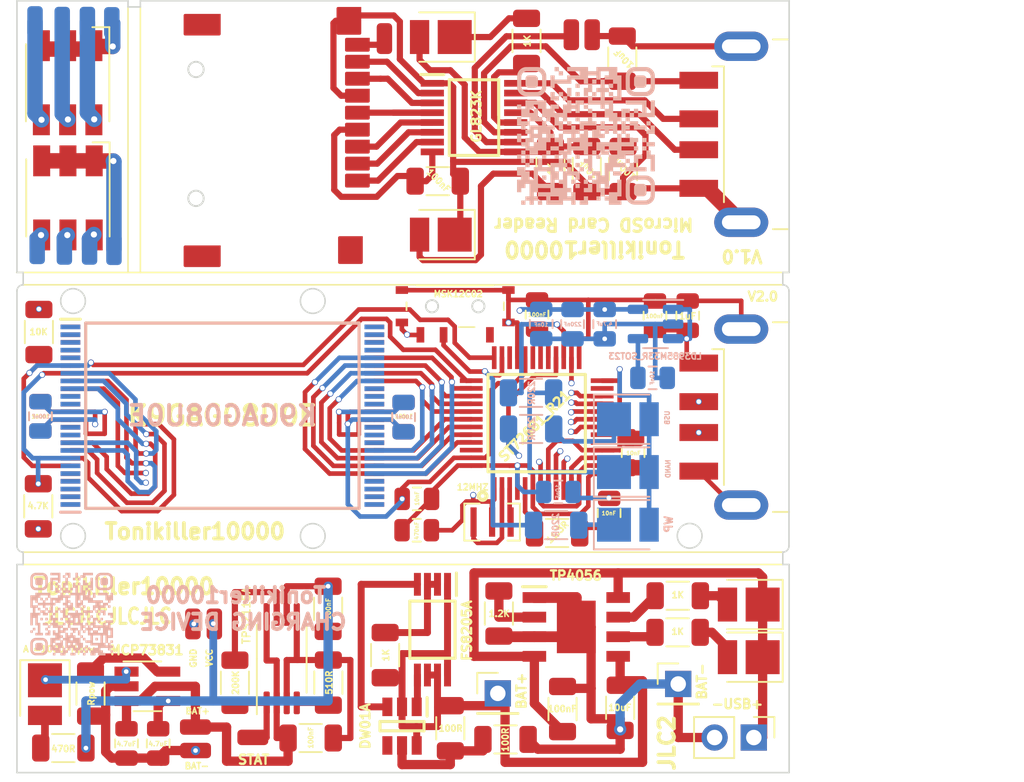
<source format=kicad_pcb>
(kicad_pcb (version 20211014) (generator pcbnew)
  (layers (0 "F.Cu" signal) (1 "In1.Cu" signal) (2 "In2.Cu" signal) (31 "B.Cu" signal) (34 "B.Paste" user) (35 "F.Paste" user) (36 "B.SilkS" user "B.Silkscreen") (37 "F.SilkS" user "F.Silkscreen") (38 "B.Mask" user) (39 "F.Mask" user) (44 "Edge.Cuts" user))
  (net 0 "")
  (footprint "Resistor_SMD:R_1206_3216Metric" (layer "F.Cu") (at 140.94 98.59375 180)
    (fp_text reference "R1" hide)
    (fp_text value "1K")
  )
  (footprint "Resistor_SMD:R_1206_3216Metric" (layer "F.Cu") (at 112.27 104.23 90)
    (fp_text reference "Rr" hide)
    (fp_text value "200K")
  )
  (footprint "Package_TO_SOT_SMD:SOT-23-5_HandSoldering" (layer "F.Cu") (at 106.6025 104.46)
    (fp_text reference "REF**" hide)
    (fp_text value "MCP73831")
  )
  (footprint "Capacitor_SMD:C_0805_2012Metric" (layer "F.Cu") (at 138.050001 89.349999 -90)
    (fp_text reference "C4" hide)
    (fp_text value "10nF")
  )
  (footprint "LED_SMD:LED_RGB_5050-6" (layer "F.Cu") (at 101.44 65.36 -90)
    (fp_text reference "REF**" hide)
    (fp_text value "LED_RGB_5050-6")
  )
  (footprint "clipboard:b317c382-ba17-4104-904d-3b8d31d034b7" (layer "F.Cu") (at 110.45 76.65 -90)
    (fp_text reference "")
    (fp_text value "")
    (fp_circle (center -3.8 0.7) (end -3.3 0.7) (layer "Edge.Cuts") (width 0.12) (fill none))
    (fp_circle (center -12.15 0.7) (end -11.65 0.7) (layer "Edge.Cuts") (width 0.12) (fill none))
  )
  (footprint "Connector_Wire:SolderWirePad_1x01_SMD_1x2mm" (layer "F.Cu") (at 109.7125 107.1 -90)
    (fp_text reference "BAT+")
    (fp_text value "SolderWirePad_1x01_SMD_1x2mm")
  )
  (footprint "Capacitor_SMD:C_0805_2012Metric" (layer "F.Cu") (at 124.040001 94.349999)
    (fp_text reference "C7" hide)
    (fp_text value "470nF")
  )
  (footprint "Resistor_SMD:R_1206_3216Metric" (layer "F.Cu") (at 117.175 107.81 180)
    (fp_text reference "R3" hide)
    (fp_text value "100nF")
  )
  (footprint "Resistor_SMD:R_1206_3216Metric" (layer "F.Cu") (at 140.93 100.96375 180)
    (fp_text reference "R1" hide)
    (fp_text value "1K")
  )
  (footprint "Connector_USB:USB_A_CNCTech_1001-011-01101_Horizontal" (layer "F.Cu") (at 151.95 68.7)
    (fp_text reference "J1" hide)
    (fp_text value "USB_A")
  )
  (footprint "Resistor_SMD:R_1206_3216Metric" (layer "F.Cu") (at 133.48 105.93375 -90)
    (fp_text reference "R3" hide)
    (fp_text value "100nF")
  )
  (footprint "TP4056:SOIC127P600X175-9N" (layer "F.Cu") (at 134.37 100.61375)
    (fp_text reference "J**" hide)
    (fp_text value "TP4056")
  )
  (footprint "Resistor_SMD:R_1206_3216Metric" (layer "F.Cu") (at 99.540001 92.799999 90)
    (fp_text reference "R5" hide)
    (fp_text value "4.7K")
  )
  (footprint "open-Smartwatch:TSSOP-8_4.4x3mm_P0.65mm" (layer "F.Cu") (at 115.3 102.67 90)
    (fp_text reference "U9" hide)
    (fp_text value "TPS2115A")
  )
  (footprint "Resistor_SMD:R_1206_3216Metric" (layer "F.Cu") (at 102.9225 104.93 90)
    (fp_text reference "Rr" hide)
    (fp_text value "Rpow")
  )
  (footprint "Resistor_SMD:R_1206_3216Metric" (layer "F.Cu") (at 132.7 70.95 90)
    (fp_text reference "R1" hide)
    (fp_text value "1K")
  )
  (footprint "LED_SMD:LED_PLCC_2835" (layer "F.Cu") (at 99.9725 104.97 -90)
    (fp_text reference "D2" hide)
    (fp_text value "GREEN")
  )
  (footprint "LED_SMD:LED_RGB_5050-6" (layer "F.Cu") (at 101.46 72.82 -90)
    (fp_text reference "REF**" hide)
    (fp_text value "LED_RGB_5050-6")
  )
  (footprint "Capacitor_SMD:C_0805_2012Metric" (layer "F.Cu") (at 105.2525 108.16 -90)
    (fp_text reference "C13" hide)
    (fp_text value "4.7uF")
  )
  (footprint "Resistor_SMD:R_1206_3216Metric" (layer "F.Cu") (at 118.305 99.44 90)
    (fp_text reference "R3" hide)
    (fp_text value "100nF")
  )
  (footprint "Resistor_SMD:R_1206_3216Metric" (layer "F.Cu") (at 137.35 63.8 90)
    (fp_text reference "R1" hide)
    (fp_text value "10uF")
  )
  (footprint "Connector_Wire:SolderWirePad_1x01_SMD_1x2mm" (layer "F.Cu") (at 134.05 62.25 180)
    (fp_text reference "REF**" hide)
    (fp_text value "SolderWirePad_1x01_SMD_1x2mm")
  )
  (footprint "Capacitor_SMD:C_0805_2012Metric" (layer "F.Cu") (at 123.190001 87.019999 90)
    (fp_text reference "C3" hide)
    (fp_text value "100nF")
  )
  (footprint "FS8205A:SOP65P640X120-8N" (layer "F.Cu") (at 125.06 100.79125 -90)
    (fp_text reference "Q**" hide)
    (fp_text value "FS8205A")
  )
  (footprint "Resistor_SMD:R_1206_3216Metric" (layer "F.Cu") (at 133.130001 94.529999)
    (fp_text reference "R4" hide)
    (fp_text value "11.3R")
  )
  (footprint "GL823K:SOP64P600X175-16N" (layer "F.Cu") (at 127.75 67.618)
    (fp_text reference "IC**" hide)
    (fp_text value "GL823K")
  )
  (footprint "Connector_PinHeader_2.54mm:PinHeader_1x01_P2.54mm_Vertical" (layer "F.Cu") (at 129.29 104.91875)
    (fp_text reference "BAT+")
    (fp_text value "PinHeader_1x01_P2.54mm_Vertical")
  )
  (footprint "Capacitor_SMD:C_0805_2012Metric" (layer "F.Cu") (at 136.500001 93.239999 90)
    (fp_text reference "C13" hide)
    (fp_text value "10nF")
  )
  (footprint "Resistor_SMD:R_1206_3216Metric" (layer "F.Cu") (at 126.215 107.17875 90)
    (fp_text reference "R3" hide)
    (fp_text value "100R")
  )
  (footprint "Capacitor_SMD:C_0805_2012Metric" (layer "F.Cu") (at 139.465001 80.449999 -90)
    (fp_text reference "C5" hide)
    (fp_text value "100nF")
  )
  (footprint "Resistor_SMD:R_1206_3216Metric" (layer "F.Cu") (at 118.32 104.22 90)
    (fp_text reference "Rr" hide)
    (fp_text value "510R")
  )
  (footprint "Capacitor_SMD:C_0805_2012Metric" (layer "F.Cu") (at 131.830001 80.379999 90)
    (fp_text reference "C14" hide)
    (fp_text value "100nF")
  )
  (footprint "Connector_Wire:SolderWirePad_1x01_SMD_1x2mm" (layer "F.Cu") (at 135.4 62.25 180)
    (fp_text reference "REF**" hide)
    (fp_text value "SolderWirePad_1x01_SMD_1x2mm")
  )
  (footprint "LED_SMD:LED_PLCC_2835" (layer "F.Cu") (at 145.535 99.16375 180)
    (fp_text reference "D2" hide)
    (fp_text value "GREEN")
  )
  (footprint "Capacitor_SMD:C_0805_2012Metric" (layer "F.Cu") (at 99.680001 86.969999 90)
    (fp_text reference "C1" hide)
    (fp_text value "100nF")
  )
  (footprint "Connector_Wire:SolderWirePad_1x01_SMD_1x2mm" (layer "F.Cu") (at 109.7225 108.62 -90)
    (fp_text reference "BAT-")
    (fp_text value "SolderWirePad_1x01_SMD_1x2mm")
  )
  (footprint "Connector_Wire:SolderWirePad_1x01_SMD_1x2mm" (layer "F.Cu") (at 110.94 100.42)
    (fp_text reference "VCC")
    (fp_text value "SolderWirePad_1x01_SMD_1x2mm")
  )
  (footprint "" (layer "F.Cu") (at 121.95 62.5 90)
    (fp_text reference "")
    (fp_text value "")
  )
  (footprint "Resistor_SMD:R_1206_3216Metric" (layer "F.Cu") (at 131.15 62.65 90)
    (fp_text reference "R1" hide)
    (fp_text value "1K")
  )
  (footprint "LED_SMD:LED_PLCC_2835" (layer "F.Cu") (at 125.6 62.4 180)
    (fp_text reference "D2" hide)
    (fp_text value "GREEN")
  )
  (footprint "Resistor_SMD:R_1206_3216Metric" (layer "F.Cu") (at 129.79 107.90125)
    (fp_text reference "R3" hide)
    (fp_text value "100R")
  )
  (footprint "K9GAG08U0E:SOP50P2000X120-48N" (layer "F.Cu") (at 111.460001 86.929999)
    (fp_text reference "m1" hide)
    (fp_text value "K9GAG08U0E")
  )
  (footprint "Resistor_SMD:R_1206_3216Metric" (layer "F.Cu") (at 121.995 102.44125 90)
    (fp_text reference "R1" hide)
    (fp_text value "1K")
  )
  (footprint "Resistor_SMD:R_1206_3216Metric" (layer "F.Cu") (at 125.4 71.7355 180)
    (fp_text reference "R1" hide)
    (fp_text value "100nF")
  )
  (footprint "Resistor_SMD:R_1206_3216Metric" (layer "F.Cu") (at 101.1625 108.46)
    (fp_text reference "Rr" hide)
    (fp_text value "470R")
  )
  (footprint "Connector_PinHeader_2.54mm:PinHeader_1x02_P2.54mm_Vertical" (layer "F.Cu") (at 145.865 107.77875 -90)
    (fp_text reference "-USB+")
    (fp_text value "PinHeader_1x02_P2.54mm_Vertical")
  )
  (footprint "LED_SMD:LED_PLCC_2835" (layer "F.Cu") (at 145.535 102.57375 180)
    (fp_text reference "D2" hide)
    (fp_text value "GREEN")
  )
  (footprint "Connector_Wire:SolderWirePad_1x01_SMD_1x2mm" (layer "F.Cu") (at 109.55 100.42)
    (fp_text reference "GND")
    (fp_text value "SolderWirePad_1x01_SMD_1x2mm")
  )
  (footprint "LED_SMD:LED_PLCC_2835" (layer "F.Cu") (at 125.6 75.2 180)
    (fp_text reference "D2" hide)
    (fp_text value "GREEN")
  )
  (footprint "Resistor_SMD:R_1206_3216Metric" (layer "F.Cu") (at 99.580001 81.509999 -90)
    (fp_text reference "R3" hide)
    (fp_text value "10K")
  )
  (footprint "Connector_USB:USB_A_CNCTech_1001-011-01101_Horizontal" (layer "F.Cu") (at 151.950001 87.019999)
    (fp_text reference "J1" hide)
    (fp_text value "USB_A")
  )
  (footprint "Connector_PinHeader_2.54mm:PinHeader_1x01_P2.54mm_Vertical" (layer "F.Cu") (at 140.97 104.30875)
    (fp_text reference "BAT-")
    (fp_text value "PinHeader_1x01_P2.54mm_Vertical")
  )
  (footprint "DW01A-G:SOT95P280X135-6N" (layer "F.Cu") (at 123.09 107.04125 -90)
    (fp_text reference "IC**" hide)
    (fp_text value "DW01A")
  )
  (footprint "Resistor_SMD:R_1206_3216Metric" (layer "F.Cu") (at 129.36 99.74375 90)
    (fp_text reference "R3" hide)
    (fp_text value "1.2K")
  )
  (footprint "Capacitor_SMD:C_0805_2012Metric" (layer "F.Cu") (at 107.3025 108.16 -90)
    (fp_text reference "C13" hide)
    (fp_text value "4.7uF")
  )
  (footprint "Capacitor_SMD:C_0805_2012Metric" (layer "F.Cu") (at 124.050001 92.319999 180)
    (fp_text reference "C16" hide)
    (fp_text value "10nF")
  )
  (footprint "ST72681_R21:QFP50P900X900X160-48N" (layer "F.Cu") (at 131.808001 87.409999 90)
    (fp_text reference "f1" hide)
    (fp_text value "ST72681_R21")
  )
  (footprint "MSK12C02:MSK12C02" (layer "F.Cu") (at 126.530001 79.839999 180)
    (fp_text reference "SW1" hide)
    (fp_text value "MSK12C02")
    (fp_circle (center -1.5 0) (end -1.1 0) (layer "Edge.Cuts") (width 0.12) (fill none))
    (fp_circle (center 1.5 0) (end 1.9 0) (layer "Edge.Cuts") (width 0.12) (fill none))
  )
  (footprint "Resistor_SMD:R_1206_3216Metric" (layer "F.Cu") (at 135.05 70.95 90)
    (fp_text reference "R1" hide)
    (fp_text value "10uF")
  )
  (footprint "Resistor_SMD:R_1206_3216Metric" (layer "F.Cu") (at 137.4 70.95 90)
    (fp_text reference "R1" hide)
    (fp_text value "100nF")
  )
  (footprint "Capacitor_SMD:C_0805_2012Metric" (layer "F.Cu") (at 141.585001 80.449999 -90)
    (fp_text reference "C8" hide)
    (fp_text value "1uF")
  )
  (footprint "Resistor_SMD:R_1206_3216Metric" (layer "F.Cu") (at 137.21 105.85375 -90)
    (fp_text reference "R3" hide)
    (fp_text value "10uF")
  )
  (footprint "" (layer "F.Cu") (at 113.43 107.77)
    (fp_text reference "")
    (fp_text value "")
  )
  (footprint "Crystal:Resonator_SMD_Murata_CSTxExxV-3Pin_3.0x1.1mm" (layer "F.Cu") (at 128.920001 93.819999)
    (fp_text reference "Y2" hide)
    (fp_text value "12MHZ")
  )
  (footprint "Connector_Wire:SolderWirePad_1x01_SMD_1x2mm" (layer "B.Cu") (at 99.47 76.11)
    (fp_text reference "REF**" hide)
    (fp_text value "SolderWirePad_1x01_SMD_1x2mm")
  )
  (footprint "Capacitor_SMD:C_0805_2012Metric" (layer "B.Cu") (at 134.130001 80.999999 90)
    (fp_text reference "C19" hide)
    (fp_text value "220nF")
  )
  (footprint "Package_TO_SOT_SMD:SOT-23-5" (layer "B.Cu") (at 139.500001 80.989999 180)
    (fp_text reference "U1" hide)
    (fp_text value "LD3985M33R_SOT23")
  )
  (footprint "Capacitor_SMD:C_0805_2012Metric" (layer "B.Cu") (at 133.210001 91.869999)
    (fp_text reference "C10" hide)
    (fp_text value "10nF")
  )
  (footprint "Connector_Wire:SolderWirePad_1x01_SMD_1x2mm" (layer "B.Cu") (at 102.72 61.44)
    (fp_text reference "REF**" hide)
    (fp_text value "SolderWirePad_1x01_SMD_1x2mm")
  )
  (footprint "Capacitor_SMD:C_0805_2012Metric" (layer "B.Cu") (at 99.680001 86.969999 -90)
    (fp_text reference "C2" hide)
    (fp_text value "100nF")
  )
  (footprint "K9GAG08U0E:SOP50P2000X120-48N" (layer "B.Cu") (at 111.458001 86.929999)
    (fp_text reference "m2" hide)
    (fp_text value "K9GAG08U0E")
  )
  (footprint "Capacitor_SMD:C_0805_2012Metric" (layer "B.Cu") (at 123.190001 87.019999 -90)
    (fp_text reference "C6" hide)
    (fp_text value "100nF")
  )
  (footprint "Connector_Wire:SolderWirePad_1x01_SMD_1x2mm" (layer "B.Cu") (at 101.23 76.15)
    (fp_text reference "REF**" hide)
    (fp_text value "SolderWirePad_1x01_SMD_1x2mm")
  )
  (footprint "Capacitor_SMD:C_0805_2012Metric" (layer "B.Cu") (at 132.100001 80.989999 90)
    (fp_text reference "C17" hide)
    (fp_text value "10nF")
  )
  (footprint "Connector_Wire:SolderWirePad_1x01_SMD_1x2mm" (layer "B.Cu") (at 99.33 61.4)
    (fp_text reference "REF**" hide)
    (fp_text value "SolderWirePad_1x01_SMD_1x2mm")
  )
  (footprint "Connector_Wire:SolderWirePad_1x01_SMD_1x2mm" (layer "B.Cu") (at 101.09 61.44)
    (fp_text reference "REF**" hide)
    (fp_text value "SolderWirePad_1x01_SMD_1x2mm")
  )
  (footprint "LOGO" (layer "B.Cu") (at 101.7 99.78 -90)
    (fp_text reference "G***" hide)
    (fp_text value "LOGO" hide)
  )
  (footprint "Connector_Wire:SolderWirePad_1x01_SMD_1x2mm" (layer "B.Cu") (at 104.3 61.46)
    (fp_text reference "REF**" hide)
    (fp_text value "SolderWirePad_1x01_SMD_1x2mm")
  )
  (footprint "LED_SMD:LED_PLCC_2835" (layer "B.Cu") (at 137.710001 93.989999)
    (fp_text reference "D3" hide)
    (fp_text value "WP")
  )
  (footprint "Capacitor_SMD:C_0805_2012Metric" (layer "B.Cu") (at 139.310001 84.479999 180)
    (fp_text reference "C11" hide)
    (fp_text value "10nF")
  )
  (footprint "Capacitor_SMD:C_0805_2012Metric" (layer "B.Cu") (at 136.210001 80.999999 90)
    (fp_text reference "C12" hide)
    (fp_text value "4.7uF")
  )
  (footprint "Resistor_SMD:R_1206_3216Metric" (layer "B.Cu") (at 131.447501 87.789999)
    (fp_text reference "R1" hide)
    (fp_text value "220R")
  )
  (footprint "Resistor_SMD:R_1206_3216Metric" (layer "B.Cu") (at 133.070001 94.019999 180)
    (fp_text reference "R7" hide)
    (fp_text value "220R")
  )
  (footprint "Connector_Wire:SolderWirePad_1x01_SMD_1x2mm" (layer "B.Cu") (at 104.44 76.17)
    (fp_text reference "REF**" hide)
    (fp_text value "SolderWirePad_1x01_SMD_1x2mm")
  )
  (footprint "Connector_Wire:SolderWirePad_1x01_SMD_1x2mm" (layer "B.Cu") (at 102.86 76.15)
    (fp_text reference "REF**" hide)
    (fp_text value "SolderWirePad_1x01_SMD_1x2mm")
  )
  (footprint "LED_SMD:LED_PLCC_2835" (layer "B.Cu") (at 137.710001 87.159999)
    (fp_text reference "D2" hide)
    (fp_text value "USB")
  )
  (footprint "Resistor_SMD:R_1206_3216Metric" (layer "B.Cu") (at 131.440001 85.449999)
    (fp_text reference "R2" hide)
    (fp_text value "220R")
  )
  (footprint "LED_SMD:LED_PLCC_2835" (layer "B.Cu") (at 137.710001 90.579999)
    (fp_text reference "D1" hide)
    (fp_text value "NAND")
  )
  (footprint "LOGO" (layer "B.Cu") (at 135 68.8 180)
    (fp_text reference "G***" hide)
    (fp_text value "LOGO" hide)
  )
  (gr_line (start 147.739999 96.569999) (end 98.54 96.57) (layer "F.SilkS") (width 0.1))
  (gr_line (start 148.15 77.65) (end 98.14 77.65) (layer "F.SilkS") (width 0.1))
  (gr_line (start 147.74 95.769998) (end 98.540001 95.769999) (layer "F.SilkS") (width 0.1))
  (gr_line (start 106.15 60.44) (end 106.15 77.65) (layer "F.SilkS") (width 0.1))
  (gr_line (start 105.35 60.44) (end 105.35 77.65) (layer "F.SilkS") (width 0.1))
  (gr_line (start 147.74 78.45) (end 98.53 78.45) (layer "F.SilkS") (width 0.1))
  (gr_line (start 98.16 60.049999) (end 98.16 77.649999) (layer "Edge.Cuts") (width 0.1))
  (gr_line (start 98.16 60.049999) (end 105.35 60.05) (layer "Edge.Cuts") (width 0.1))
  (gr_circle (center 141.710001 94.709999) (end 142.510001 94.709999) (layer "Edge.Cuts") (width 0.1) (fill none))
  (gr_line (start 147.740001 77.649999) (end 148.15 77.65) (layer "Edge.Cuts") (width 0.1))
  (gr_arc (start 148.14 95.369998) (mid 148.022843 95.652841) (end 147.74 95.769998) (layer "Edge.Cuts") (width 0.1))
  (gr_line (start 147.74 78.45) (end 147.740001 77.649999) (layer "Edge.Cuts") (width 0.1))
  (gr_line (start 98.562843 78.449999) (end 98.562843 77.649999) (layer "Edge.Cuts") (width 0.1))
  (gr_arc (start 147.74 78.45) (mid 148.022843 78.567157) (end 148.14 78.85) (layer "Edge.Cuts") (width 0.1))
  (gr_line (start 148.15 96.57) (end 148.15 110.05) (layer "Edge.Cuts") (width 0.1))
  (gr_arc (start 98.56 95.769999) (mid 98.277157 95.652842) (end 98.16 95.369999) (layer "Edge.Cuts") (width 0.1))
  (gr_line (start 105.35 60.05) (end 105.35 60.45) (layer "Edge.Cuts") (width 0.1))
  (gr_circle (center 117.310001 79.499999) (end 118.110001 79.499999) (layer "Edge.Cuts") (width 0.1) (fill none))
  (gr_line (start 147.74 95.769998) (end 147.74 96.57) (layer "Edge.Cuts") (width 0.1))
  (gr_line (start 98.56 96.57) (end 98.16 96.57) (layer "Edge.Cuts") (width 0.1))
  (gr_line (start 98.562843 77.649999) (end 98.16 77.649999) (layer "Edge.Cuts") (width 0.1))
  (gr_line (start 147.74 96.57) (end 148.15 96.57) (layer "Edge.Cuts") (width 0.1))
  (gr_circle (center 101.790001 79.499999) (end 102.590001 79.499999) (layer "Edge.Cuts") (width 0.1) (fill none))
  (gr_arc (start 98.16 78.849999) (mid 98.278993 78.566984) (end 98.562843 78.449999) (layer "Edge.Cuts") (width 0.1))
  (gr_line (start 98.560001 95.769999) (end 98.56 96.57) (layer "Edge.Cuts") (width 0.1))
  (gr_line (start 98.16 95.369999) (end 98.16 78.849999) (layer "Edge.Cuts") (width 0.1))
  (gr_line (start 148.15 110.05) (end 98.16 110.05) (layer "Edge.Cuts") (width 0.1))
  (gr_line (start 148.15 60.05) (end 106.15 60.05) (layer "Edge.Cuts") (width 0.1))
  (gr_line (start 148.15 77.65) (end 148.15 60.05) (layer "Edge.Cuts") (width 0.1))
  (gr_line (start 105.35 60.45) (end 106.15 60.45) (layer "Edge.Cuts") (width 0.1))
  (gr_line (start 148.14 78.85) (end 148.14 95.369998) (layer "Edge.Cuts") (width 0.1))
  (gr_circle (center 101.790001 94.719999) (end 102.590001 94.719999) (layer "Edge.Cuts") (width 0.1) (fill none))
  (gr_circle (center 117.310001 94.719999) (end 118.110001 94.719999) (layer "Edge.Cuts") (width 0.1) (fill none))
  (gr_line (start 106.15 60.45) (end 106.15 60.05) (layer "Edge.Cuts") (width 0.1))
  (gr_line (start 98.16 110.05) (end 98.16 96.57) (layer "Edge.Cuts") (width 0.1))
  (gr_text "Tonikiller10000" (at 112.33 98.57) (layer "B.SilkS") (effects (font (size 1 1) (thickness 0.25)) (justify mirror)))
  (gr_text "CHARGING DEVICE\n" (at 112.8 100.3) (layer "B.SilkS") (effects (font (size 1 1) (thickness 0.25)) (justify mirror)))
  (gr_text "MicroSD Card Reader" (at 135.5 74.55 180) (layer "F.SilkS") (effects (font (size 0.8 0.8) (thickness 0.2))))
  (gr_text "JLC2" (at 140.24 108.13 90) (layer "F.SilkS") (effects (font (size 1 1) (thickness 0.25))))
  (gr_text "V2.0" (at 146.450001 79.209999) (layer "F.SilkS") (effects (font (size 0.6 0.6))))
  (gr_text " JLCJLCJLCJLC" (at 103.74 99.93) (layer "F.SilkS") (effects (font (size 1 0.8) (thickness 0.2))))
  (gr_text "Tonikiller10000" (at 105.09 97.99) (layer "F.SilkS") (effects (font (size 1 1) (thickness 0.25))))
  (gr_text "STAT" (at 113.48 109.21) (layer "F.SilkS") (effects (font (size 0.6 0.6))))
  (gr_text "A =1000/Rpow" (at 100.8825 102.05) (layer "F.SilkS") (effects (font (size 0.4 0.4) (thickness 0.1))))
  (gr_text "Tonikiller10000" (at 109.680001 94.429999) (layer "F.SilkS") (effects (font (size 1 1) (thickness 0.25))))
  (gr_text "Tonikiller10000\n" (at 135.55 76.15 180) (layer "F.SilkS") (effects (font (size 1 1) (thickness 0.25))))
  (gr_text "\n" (at 128.534001 75.529999) (layer "F.SilkS") (effects (font (size 1 1) (thickness 0.25))))
  (gr_text "V1.0" (at 145.1 76.6 180) (layer "F.SilkS") (effects (font (size 0.8 0.8) (thickness 0.2))))
  (segment (start 121.4855 70.6) (end 123.5155 68.57) (width 0.4) (layer "F.Cu") (net 0))
  (segment (start 125.660001 84.739999) (end 125.660001 85.399999) (width 0.3) (layer "F.Cu") (net 0))
  (segment (start 124.110001 89.679999) (end 126.130001 87.659999) (width 0.3) (layer "F.Cu") (net 0))
  (segment (start 137.200001 89.899999) (end 138.050001 89.899999) (width 0.3) (layer "F.Cu") (net 0))
  (segment (start 118.32 105.5325) (end 118.32 105.6825) (width 0.4) (layer "F.Cu") (net 0))
  (segment (start 126.5 75.2) (end 126.8625 74.8375) (width 0.4) (layer "F.Cu") (net 0))
  (segment (start 129.558001 91.647999) (end 129.558001 94.841999) (width 0.3) (layer "F.Cu") (net 0))
  (segment (start 123.5155 68.57) (end 125.05 68.57) (width 0.4) (layer "F.Cu") (net 0))
  (segment (start 124.085 97.85325) (end 120.445 97.85325) (width 0.45) (layer "F.Cu") (net 0))
  (segment (start 135.150001 92.789999) (end 134.620001 93.319999) (width 0.3) (layer "F.Cu") (net 0))
  (segment (start 123.100001 91.639999) (end 123.100001 92.319999) (width 0.3) (layer "F.Cu") (net 0))
  (segment (start 133.330001 89.229999) (end 133.058001 89.501999) (width 0.3) (layer "F.Cu") (net 0))
  (segment (start 106.940001 92.569999) (end 107.710001 91.799999) (width 0.3) (layer "F.Cu") (net 0))
  (segment (start 127.8 68.45) (end 128.556 69.206) (width 0.4) (layer "F.Cu") (net 0))
  (segment (start 139.1825 101.24875) (end 139.4675 100.96375) (width 0.6) (layer "F.Cu") (net 0))
  (segment (start 125.000001 91.859999) (end 125.000001 92.319999) (width 0.3) (layer "F.Cu") (net 0))
  (segment (start 141.520001 81.389999) (end 139.490001 81.389999) (width 0.3) (layer "F.Cu") (net 0))
  (segment (start 124.04 107.07125) (end 124.04 108.29125) (width 0.45) (layer "F.Cu") (net 0))
  (segment (start 127.462001 83.171999) (end 129.058001 83.171999) (width 0.3) (layer "F.Cu") (net 0))
  (segment (start 123.080001 78.799999) (end 129.980001 78.799999) (width 0.3) (layer "F.Cu") (net 0))
  (segment (start 121.298001 90.179999) (end 124.360001 90.179999) (width 0.3) (layer "F.Cu") (net 0))
  (segment (start 118.6375 107.81) (end 119.745 107.81) (width 0.4) (layer "F.Cu") (net 0))
  (segment (start 135.4875 62.3375) (end 135.4 62.25) (width 0.4) (layer "F.Cu") (net 0))
  (segment (start 138.050001 87.949999) (end 138.050001 88.399999) (width 0.3) (layer "F.Cu") (net 0))
  (segment (start 137.35 65.2625) (end 142.2375 65.2625) (width 0.4) (layer "F.Cu") (net 0))
  (segment (start 135.33 106.56375) (end 135.33 104.59375) (width 0.6) (layer "F.Cu") (net 0))
  (segment (start 142.3925 100.96375) (end 143.15 100.96375) (width 0.6) (layer "F.Cu") (net 0))
  (segment (start 137.200001 89.899999) (end 137.200001 90.319999) (width 0.3) (layer "F.Cu") (net 0))
  (segment (start 99.9725 108.46) (end 99.7 108.46) (width 0.5) (layer "F.Cu") (net 0))
  (segment (start 125.385 105.81875) (end 125.385 107.07125) (width 0.45) (layer "F.Cu") (net 0))
  (segment (start 121.298001 84.679999) (end 123.990001 84.679999) (width 0.3) (layer "F.Cu") (net 0))
  (segment (start 141.520001 83.519999) (end 142.300001 83.519999) (width 0.3) (layer "F.Cu") (net 0))
  (segment (start 127.75 97.11375) (end 137.082 97.11375) (width 0.6) (layer "F.Cu") (net 0))
  (segment (start 137.082 101.24875) (end 139.1825 101.24875) (width 0.6) (layer "F.Cu") (net 0))
  (segment (start 135.33 100.61375) (end 134.37 100.61375) (width 0.6) (layer "F.Cu") (net 0))
  (segment (start 134.330001 86.079999) (end 134.410001 86.159999) (width 0.3) (layer "F.Cu") (net 0))
  (segment (start 121.298001 83.679999) (end 124.600001 83.679999) (width 0.3) (layer "F.Cu") (net 0))
  (segment (start 141.520001 81.389999) (end 141.520001 83.519999) (width 0.3) (layer "F.Cu") (net 0))
  (segment (start 135.150001 81.929999) (end 134.558001 81.929999) (width 0.3) (layer "F.Cu") (net 0))
  (segment (start 123.415001 81.674999) (end 123.440001 81.699999) (width 0.3) (layer "F.Cu") (net 0))
  (segment (start 122.400001 87.179999) (end 123.190001 87.969999) (width 0.3) (layer "F.Cu") (net 0))
  (segment (start 122.1645 65.1) (end 123.7305 66.666) (width 0.4) (layer "F.Cu") (net 0))
  (segment (start 126.290001 84.429999) (end 126.290001 84.769999) (width 0.3) (layer "F.Cu") (net 0))
  (segment (start 130.577 64.6855) (end 131.15 64.1125) (width 0.4) (layer "F.Cu") (net 0))
  (segment (start 116.700001 83.639999) (end 120.290001 80.049999) (width 0.3) (layer "F.Cu") (net 0))
  (segment (start 135.150001 79.429999) (end 139.465001 79.429999) (width 0.3) (layer "F.Cu") (net 0))
  (segment (start 124.890001 91.219999) (end 123.520001 91.219999) (width 0.3) (layer "F.Cu") (net 0))
  (segment (start 129.990001 79.429999) (end 131.830001 79.429999) (width 0.3) (layer "F.Cu") (net 0))
  (segment (start 127.720001 94.909999) (end 127.720001 93.819999) (width 0.3) (layer "F.Cu") (net 0))
  (segment (start 134.050001 86.079999) (end 134.330001 86.079999) (width 0.3) (layer "F.Cu") (net 0))
  (segment (start 103.17 70.43) (end 103.16 70.42) (width 1) (layer "F.Cu") (net 0))
  (segment (start 123.9375 71.4) (end 122.8 71.4) (width 0.4) (layer "F.Cu") (net 0))
  (segment (start 129.4025 101.24875) (end 129.36 101.20625) (width 0.7) (layer "F.Cu") (net 0))
  (segment (start 118.7 72.3) (end 118.7 68.75) (width 0.4) (layer "F.Cu") (net 0))
  (segment (start 131.5375 71.25) (end 132.7 72.4125) (width 0.4) (layer "F.Cu") (net 0))
  (segment (start 138.85 68.75) (end 138.35 68.25) (width 0.4) (layer "F.Cu") (net 0))
  (segment (start 136.046001 84.659999) (end 137.180001 84.659999) (width 0.3) (layer "F.Cu") (net 0))
  (segment (start 125.385 103.72925) (end 125.385 105.81875) (width 0.45) (layer "F.Cu") (net 0))
  (segment (start 134.058001 91.647999) (end 134.058001 90.311999) (width 0.3) (layer "F.Cu") (net 0))
  (segment (start 116.275 105.5325) (end 118.32 105.5325) (width 0.4) (layer "F.Cu") (net 0))
  (segment (start 132.7 68.6) (end 131.4 67.3) (width 0.4) (layer "F.Cu") (net 0))
  (segment (start 115.625 99.8075) (end 115.625 97.9775) (width 0.4) (layer "F.Cu") (net 0))
  (segment (start 108.320001 88.459999) (end 107.340001 87.479999) (width 0.3) (layer "F.Cu") (net 0))
  (segment (start 137.21 106.56375) (end 137.21 107.24875) (width 0.6) (layer "F.Cu") (net 0))
  (segment (start 137.4 72.4125) (end 137.6125 72.2) (width 0.4) (layer "F.Cu") (net 0))
  (segment (start 123.990001 84.679999) (end 124.400001 85.089999) (width 0.3) (layer "F.Cu") (net 0))
  (segment (start 127.250001 92.489999) (end 127.000001 92.739999) (width 0.3) (layer "F.Cu") (net 0))
  (segment (start 109.7125 107.1) (end 111.73 107.1) (width 0.6) (layer "F.Cu") (net 0))
  (segment (start 127.250001 92.489999) (end 127.700001 92.489999) (width 0.3) (layer "F.Cu") (net 0))
  (segment (start 137.180001 89.159999) (end 136.800001 89.159999) (width 0.3) (layer "F.Cu") (net 0))
  (segment (start 106.810001 88.749999) (end 106.520001 88.749999) (width 0.3) (layer "F.Cu") (net 0))
  (segment (start 138.45 67.4) (end 140.75 69.7) (width 0.4) (layer "F.Cu") (net 0))
  (segment (start 121.298001 89.179999) (end 123.830001 89.179999) (width 0.3) (layer "F.Cu") (net 0))
  (segment (start 103.970001 90.389999) (end 105.560001 91.979999) (width 0.3) (layer "F.Cu") (net 0))
  (segment (start 130.558001 90.159999) (end 130.558001 91.647999) (width 0.3) (layer "F.Cu") (net 0))
  (segment (start 137.21 104.61125) (end 137.21 104.02375) (width 0.6) (layer "F.Cu") (net 0))
  (segment (start 126.8625 74.8375) (end 126.8625 71.7355) (width 0.4) (layer "F.Cu") (net 0))
  (segment (start 126.215 109.53125) (end 126.215 108.64125) (width 0.6) (layer "F.Cu") (net 0))
  (segment (start 137.180001 88.389999) (end 138.050001 88.389999) (width 0.3) (layer "F.Cu") (net 0))
  (segment (start 116.275 102.7575) (end 116.3625 102.7575) (width 0.4) (layer "F.Cu") (net 0))
  (segment (start 132.3475 69.84) (end 132.7 69.4875) (width 0.4) (layer "F.Cu") (net 0))
  (segment (start 114.975 105.5325) (end 114.975 102.79) (width 0.4) (layer "F.Cu") (net 0))
  (segment (start 134.030001 87.969999) (end 134.350001 87.969999) (width 0.3) (layer "F.Cu") (net 0))
  (segment (start 145.050001 81.319999) (end 145.050001 79.489999) (width 0.3) (layer "F.Cu") (net 0))
  (segment (start 130.660001 89.519999) (end 129.980001 88.839999) (width 0.3) (layer "F.Cu") (net 0))
  (segment (start 125.030001 85.659999) (end 125.030001 84.899999) (width 0.3) (layer "F.Cu") (net 0))
  (segment (start 125.040001 83.179999) (end 126.290001 84.429999) (width 0.3) (layer "F.Cu") (net 0))
  (segment (start 104.2025 104.46) (end 103.9025 104.76) (width 0.6) (layer "F.Cu") (net 0))
  (segment (start 122.320001 81.809999) (end 123.170001 82.659999) (width 0.3) (layer "F.Cu") (net 0))
  (segment (start 131.558001 90.497999) (end 131.220001 90.159999) (width 0.3) (layer "F.Cu") (net 0))
  (segment (start 126.215 108.64125) (end 128.3275 108.64125) (width 0.6) (layer "F.Cu") (net 0))
  (segment (start 133.058001 84.289999) (end 133.058001 83.171999) (width 0.3) (layer "F.Cu") (net 0))
  (segment (start 126.500001 81.149999) (end 126.500001 82.209999) (width 0.3) (layer "F.Cu") (net 0))
  (segment (start 126.4 70.4355) (end 126.4 71.273) (width 0.4) (layer "F.Cu") (net 0))
  (segment (start 129.558001 84.141999) (end 129.390001 84.309999) (width 0.3) (layer "F.Cu") (net 0))
  (segment (start 102.770001 90.939999) (end 104.940001 93.109999) (width 0.3) (layer "F.Cu") (net 0))
  (segment (start 142.4025 98.59375) (end 143.59 98.59375) (width 0.6) (layer "F.Cu") (net 0))
  (segment (start 135.370001 90.699999) (end 135.150001 90.919999) (width 0.3) (layer "F.Cu") (net 0))
  (segment (start 135.33 104.59375) (end 135.33 100.61375) (width 0.6) (layer "F.Cu") (net 0))
  (segment (start 126.130001 87.659999) (end 127.570001 87.659999) (width 0.3) (layer "F.Cu") (net 0))
  (segment (start 105.840001 87.479999) (end 105.840001 89.179999) (width 0.3) (layer "F.Cu") (net 0))
  (segment (start 134.750001 89.159999) (end 134.150001 88.559999) (width 0.3) (layer "F.Cu") (net 0))
  (segment (start 134.390001 92.789999) (end 134.558001 92.621999) (width 0.3) (layer "F.Cu") (net 0))
  (segment (start 122.1145 64) (end 124.1445 66.03) (width 0.4) (layer "F.Cu") (net 0))
  (segment (start 107.340001 87.479999) (end 105.840001 87.479999) (width 0.3) (layer "F.Cu") (net 0))
  (segment (start 129.4005 67.936) (end 129.05 67.5855) (width 0.4) (layer "F.Cu") (net 0))
  (segment (start 123.09 108.29125) (end 123.09 109.53125) (width 0.6) (layer "F.Cu") (net 0))
  (segment (start 117.870001 86.079999) (end 118.450001 85.499999) (width 0.3) (layer "F.Cu") (net 0))
  (segment (start 123.09 102.34125) (end 123.09 103.90375) (width 0.45) (layer "F.Cu") (net 0))
  (segment (start 134.05 62.25) (end 133.95 62.35) (width 0.4) (layer "F.Cu") (net 0))
  (segment (start 127.570001 85.659999) (end 125.920001 85.659999) (width 0.3) (layer "F.Cu") (net 0))
  (segment (start 131.558001 91.647999) (end 131.558001 92.847999) (width 0.3) (layer "F.Cu") (net 0))
  (segment (start 134.558001 92.621999) (end 134.558001 91.647999) (width 0.3) (layer "F.Cu") (net 0))
  (segment (start 132.2145 70.4855) (end 133.5855 70.4855) (width 0.4) (layer "F.Cu") (net 0))
  (segment (start 134.710001 89.659999) (end 136.046001 89.659999) (width 0.3) (layer "F.Cu") (net 0))
  (segment (start 119.580001 86.829999) (end 119.730001 86.679999) (width 0.3) (layer "F.Cu") (net 0))
  (segment (start 120.55 62.9) (end 121.55 62.9) (width 0.4) (layer "F.Cu") (net 0))
  (segment (start 124.310001 84.179999) (end 121.298001 84.179999) (width 0.3) (layer "F.Cu") (net 0))
  (segment (start 136.500001 94.189999) (end 134.932501 94.189999) (width 0.3) (layer "F.Cu") (net 0))
  (segment (start 133.5855 70.4855) (end 135.3 72.2) (width 0.4) (layer "F.Cu") (net 0))
  (segment (start 133.49 104.63125) (end 133.5275 104.59375) (width 0.6) (layer "F.Cu") (net 0))
  (segment (start 99.890001 84.179999) (end 101.622001 84.179999) (width 0.3) (layer "F.Cu") (net 0))
  (segment (start 137.21 106.56375) (end 135.33 106.56375) (width 0.6) (layer "F.Cu") (net 0))
  (segment (start 99.76 70.42) (end 103.16 70.42) (width 1) (layer "F.Cu") (net 0))
  (segment (start 131.658 101.24875) (end 133.735 101.24875) (width 0.7) (layer "F.Cu") (net 0))
  (segment (start 119.580001 87.459999) (end 119.580001 86.829999) (width 0.3) (layer "F.Cu") (net 0))
  (segment (start 125.385 103.72925) (end 124.735 103.72925) (width 0.45) (layer "F.Cu") (net 0))
  (segment (start 116.810001 85.399999) (end 117.450001 84.759999) (width 0.3) (layer "F.Cu") (net 0))
  (segment (start 103.350001 90.639999) (end 105.280001 92.569999) (width 0.3) (layer "F.Cu") (net 0))
  (segment (start 137.21 108.53375) (end 131.885 108.53375) (width 0.6) (layer "F.Cu") (net 0))
  (segment (start 125.130001 86.659999) (end 124.400001 85.929999) (width 0.3) (layer "F.Cu") (net 0))
  (segment (start 112.27 105.5325) (end 112.27 105.6925) (width 0.4) (layer "F.Cu") (net 0))
  (segment (start 132.058001 92.587999) (end 132.260001 92.789999) (width 0.3) (layer "F.Cu") (net 0))
  (segment (start 120.8845 70.6) (end 121.4855 70.6) (width 0.4) (layer "F.Cu") (net 0))
  (segment (start 138.0125 63) (end 145.05 63) (width 0.4) (layer "F.Cu") (net 0))
  (segment (start 124.600001 83.679999) (end 125.660001 84.739999) (width 0.3) (layer "F.Cu") (net 0))
  (segment (start 134.058001 84.817999) (end 134.058001 83.171999) (width 0.3) (layer "F.Cu") (net 0))
  (segment (start 104.690001 90.179999) (end 105.150001 90.639999) (width 0.3) (layer "F.Cu") (net 0))
  (segment (start 129.980001 88.839999) (end 129.980001 86.029999) (width 0.3) (layer "F.Cu") (net 0))
  (segment (start 100.420001 87.179999) (end 99.680001 87.919999) (width 0.3) (layer "F.Cu") (net 0))
  (segment (start 102.760001 89.179999) (end 103.350001 89.769999) (width 0.3) (layer "F.Cu") (net 0))
  (segment (start 119.020001 86.679999) (end 119.010001 86.679999) (width 0.3) (layer "F.Cu") (net 0))
  (segment (start 131.716 66.666) (end 130.45 66.666) (width 0.4) (layer "F.Cu") (net 0))
  (segment (start 131.15 61.1875) (end 130.0125 61.1875) (width 0.4) (layer "F.Cu") (net 0))
  (segment (start 118.65 65.7) (end 119.15 66.2) (width 0.4) (layer "F.Cu") (net 0))
  (segment (start 124.400001 85.929999) (end 124.400001 85.089999) (width 0.3) (layer "F.Cu") (net 0))
  (segment (start 146.435 102.57375) (end 146.435 107.77875) (width 0.6) (layer "F.Cu") (net 0))
  (segment (start 132.058001 91.647999) (end 132.058001 92.587999) (width 0.3) (layer "F.Cu") (net 0))
  (segment (start 124.225 75.2) (end 124.225 76.625) (width 0.4) (layer "F.Cu") (net 0))
  (segment (start 116.810001 89.089999) (end 116.810001 87.589999) (width 0.3) (layer "F.Cu") (net 0))
  (segment (start 131.058001 84.141999) (end 130.370001 84.829999) (width 0.3) (layer "F.Cu") (net 0))
  (segment (start 134.350001 87.969999) (end 134.660001 87.659999) (width 0.3) (layer "F.Cu") (net 0))
  (segment (start 133.558001 89.941999) (end 133.790001 89.709999) (width 0.3) (layer "F.Cu") (net 0))
  (segment (start 107.710001 88.749999) (end 107.080001 88.119999) (width 0.3) (layer "F.Cu") (net 0))
  (segment (start 128.760001 89.379999) (end 128.480001 89.659999) (width 0.3) (layer "F.Cu") (net 0))
  (segment (start 134.058001 90.311999) (end 134.710001 89.659999) (width 0.3) (layer "F.Cu") (net 0))
  (segment (start 126.2145 64.55) (end 124.9 64.55) (width 0.4) (layer "F.Cu") (net 0))
  (segment (start 103.9025 108.71) (end 104.3025 109.11) (width 0.6) (layer "F.Cu") (net 0))
  (segment (start 102.630001 88.099999) (end 103.840001 88.099999) (width 0.3) (layer "F.Cu") (net 0))
  (segment (start 99.9725 106.345) (end 99.9725 108.46) (width 0.5) (layer "F.Cu") (net 0))
  (segment (start 99.790001 84.279999) (end 99.890001 84.179999) (width 0.3) (layer "F.Cu") (net 0))
  (segment (start 104.040001 84.679999) (end 105.250001 85.889999) (width 0.3) (layer "F.Cu") (net 0))
  (segment (start 132.4 63) (end 134.6625 65.2625) (width 0.4) (layer "F.Cu") (net 0))
  (segment (start 103.19 63.01) (end 104.36 63.01) (width 1) (layer "F.Cu") (net 0))
  (segment (start 102.630001 87.179999) (end 102.630001 88.099999) (width 0.3) (layer "F.Cu") (net 0))
  (segment (start 129.310001 84.829999) (end 128.760001 85.379999) (width 0.3) (layer "F.Cu") (net 0))
  (segment (start 128.4 67.9) (end 128.4 64.75) (width 0.4) (layer "F.Cu") (net 0))
  (segment (start 126.035 102.34125) (end 126.035 103.72925) (width 0.45) (layer "F.Cu") (net 0))
  (segment (start 125.780001 82.369999) (end 125.780001 81.699999) (width 0.3) (layer "F.Cu") (net 0))
  (segment (start 124.65 71.7355) (end 123.9375 71.7355) (width 0.4) (layer "F.Cu") (net 0))
  (segment (start 119.05 68.4) (end 120.2 68.4) (width 0.4) (layer "F.Cu") (net 0))
  (segment (start 103.780001 85.179999) (end 104.690001 86.089999) (width 0.3) (layer "F.Cu") (net 0))
  (segment (start 101.622001 86.679999) (end 100.340001 86.679999) (width 0.3) (layer "F.Cu") (net 0))
  (segment (start 118.910001 89.679999) (end 117.870001 88.639999) (width 0.3) (layer "F.Cu") (net 0))
  (segment (start 119.020001 87.389999) (end 119.020001 86.679999) (width 0.3) (layer "F.Cu") (net 0))
  (segment (start 138.35 68.25) (end 133.3 68.25) (width 0.4) (layer "F.Cu") (net 0))
  (segment (start 117.340001 89.619999) (end 116.810001 89.089999) (width 0.3) (layer "F.Cu") (net 0))
  (segment (start 116.3625 102.7575) (end 118.32 102.7575) (width 0.4) (layer "F.Cu") (net 0))
  (segment (start 137.35 62.3375) (end 135.4875 62.3375) (width 0.4) (layer "F.Cu") (net 0))
  (segment (start 137.200001 90.699999) (end 138.050001 90.699999) (width 0.3) (layer "F.Cu") (net 0))
  (segment (start 103.14 62.96) (end 103.19 63.01) (width 1) (layer "F.Cu") (net 0))
  (segment (start 130.058001 91.647999) (end 130.058001 93.747999) (width 0.3) (layer "F.Cu") (net 0))
  (segment (start 130.370001 84.829999) (end 129.310001 84.829999) (width 0.3) (layer "F.Cu") (net 0))
  (segment (start 134.6625 65.2625) (end 137.35 65.2625) (width 0.4) (layer "F.Cu") (net 0))
  (segment (start 123.09 109.53125) (end 126.215 109.53125) (width 0.6) (layer "F.Cu") (net 0))
  (segment (start 126.700001 90.159999) (end 125.000001 91.859999) (width 0.3) (layer "F.Cu") (net 0))
  (segment (start 100.340001 86.679999) (end 99.680001 86.019999) (width 0.3) (layer "F.Cu") (net 0))
  (segment (start 127.8 64.4) (end 127.8 68.45) (width 0.4) (layer "F.Cu") (net 0))
  (segment (start 138.66 109.38375) (end 138.66 104.09875) (width 0.6) (layer "F.Cu") (net 0))
  (segment (start 115.625 97.9775) (end 118.305 97.9775) (width 0.4) (layer "F.Cu") (net 0))
  (segment (start 127.980001 95.169999) (end 127.720001 94.909999) (width 0.3) (layer "F.Cu") (net 0))
  (segment (start 121.298001 90.179999) (end 118.650001 90.179999) (width 0.3) (layer "F.Cu") (net 0))
  (segment (start 130.15 63) (end 132.4 63) (width 0.4) (layer "F.Cu") (net 0))
  (segment (start 129.980001 78.799999) (end 129.980001 80.899999) (width 0.3) (layer "F.Cu") (net 0))
  (segment (start 137.21 107.24875) (end 137.21 108.53375) (width 0.6) (layer "F.Cu") (net 0))
  (segment (start 137.180001 83.919999) (end 137.180001 84.659999) (width 0.3) (layer "F.Cu") (net 0))
  (segment (start 103.8325 105.52) (end 103.9025 105.45) (width 0.25) (layer "F.Cu") (net 0))
  (segment (start 125.05 66.666) (end 123.7305 66.666) (width 0.4) (layer "F.Cu") (net 0))
  (segment (start 146.435 97.38875) (end 146.435 99.16375) (width 0.6) (layer "F.Cu") (net 0))
  (segment (start 117.730001 89.259999) (end 117.350001 88.879999) (width 0.3) (layer "F.Cu") (net 0))
  (segment (start 126.340001 94.349999) (end 124.990001 94.349999) (width 0.3) (layer "F.Cu") (net 0))
  (segment (start 123.09 107.07125) (end 123.09 105.79125) (width 0.45) (layer "F.Cu") (net 0))
  (segment (start 126.1605 65.396) (end 126.4 65.6355) (width 0.4) (layer "F.Cu") (net 0))
  (segment (start 121.45 72.75) (end 119.15 72.75) (width 0.4) (layer "F.Cu") (net 0))
  (segment (start 129.230001 95.169999) (end 127.980001 95.169999) (width 0.3) (layer "F.Cu") (net 0))
  (segment (start 130.058001 93.747999) (end 130.130001 93.819999) (width 0.3) (layer "F.Cu") (net 0))
  (segment (start 109.6025 107.21) (end 109.7125 107.1) (width 0.6) (layer "F.Cu") (net 0))
  (segment (start 122.580001 86.679999) (end 123.190001 86.069999) (width 0.3) (layer "F.Cu") (net 0))
  (segment (start 126.320001 85.049999) (end 126.320001 84.749999) (width 0.3) (layer "F.Cu") (net 0))
  (segment (start 131.658 98.70875) (end 134.37 98.70875) (width 0.7) (layer "F.Cu") (net 0))
  (segment (start 129.558001 83.171999) (end 129.558001 84.141999) (width 0.3) (layer "F.Cu") (net 0))
  (segment (start 127.570001 86.659999) (end 125.130001 86.659999) (width 0.3) (layer "F.Cu") (net 0))
  (segment (start 133.49 107.55625) (end 133.48 107.54625) (width 0.6) (layer "F.Cu") (net 0))
  (segment (start 98.600001 84.529999) (end 98.600001 89.629999) (width 0.3) (layer "F.Cu") (net 0))
  (segment (start 105.250001 85.889999) (end 105.250001 89.649999) (width 0.3) (layer "F.Cu") (net 0))
  (segment (start 127.250001 84.659999) (end 127.570001 84.659999) (width 0.3) (layer "F.Cu") (net 0))
  (segment (start 131.220001 90.159999) (end 130.040001 90.159999) (width 0.3) (layer "F.Cu") (net 0))
  (segment (start 136.046001 89.159999) (end 136.800001 89.159999) (width 0.3) (layer "F.Cu") (net 0))
  (segment (start 123.440001 81.699999) (end 124.280001 81.699999) (width 0.3) (layer "F.Cu") (net 0))
  (segment (start 124.0295 69.206) (end 125.05 69.206) (width 0.4) (layer "F.Cu") (net 0))
  (segment (start 126.070001 80.719999) (end 126.500001 81.149999) (width 0.3) (layer "F.Cu") (net 0))
  (segment (start 137.4 71.5) (end 138.85 70.05) (width 0.4) (layer "F.Cu") (net 0))
  (segment (start 123.080001 80.899999) (end 123.080001 81.339999) (width 0.3) (layer "F.Cu") (net 0))
  (segment (start 120.2 69.5) (end 121.4355 69.5) (width 0.4) (layer "F.Cu") (net 0))
  (segment (start 124.9 64.55) (end 124.225 63.875) (width 0.4) (layer "F.Cu") (net 0))
  (segment (start 133.110001 88.559999) (end 132.558001 89.111999) (width 0.3) (layer "F.Cu") (net 0))
  (segment (start 137.180001 87.949999) (end 137.180001 88.389999) (width 0.3) (layer "F.Cu") (net 0))
  (segment (start 123.830001 89.179999) (end 125.850001 87.159999) (width 0.3) (layer "F.Cu") (net 0))
  (segment (start 137.180001 87.949999) (end 138.050001 87.949999) (width 0.3) (layer "F.Cu") (net 0))
  (segment (start 130.558001 83.171999) (end 130.558001 80.899999) (width 0.3) (layer "F.Cu") (net 0))
  (segment (start 118.650001 90.179999) (end 117.730001 89.259999) (width 0.3) (layer "F.Cu") (net 0))
  (segment (start 124.45 76.85) (end 127.85 76.85) (width 0.4) (layer "F.Cu") (net 0))
  (segment (start 138.050001 88.389999) (end 138.050001 88.399999) (width 0.3) (layer "F.Cu") (net 0))
  (segment (start 137.4 72.4125) (end 137.4 71.5) (width 0.4) (layer "F.Cu") (net 0))
  (segment (start 101.622001 87.179999) (end 100.420001 87.179999) (width 0.3) (layer "F.Cu") (net 0))
  (segment (start 133.058001 89.501999) (end 133.058001 91.647999) (width 0.3) (layer "F.Cu") (net 0))
  (segment (start 106.040001 89.379999) (end 106.520001 89.379999) (width 0.3) (layer "F.Cu") (net 0))
  (segment (start 122.95 63.8355) (end 122.95 61.4) (width 0.4) (layer "F.Cu") (net 0))
  (segment (start 128.4 64.75) (end 130.15 63) (width 0.4) (layer "F.Cu") (net 0))
  (segment (start 143.15 100.96375) (end 144.16 101.97375) (width 0.6) (layer "F.Cu") (net 0))
  (segment (start 126.380001 88.159999) (end 127.570001 88.159999) (width 0.3) (layer "F.Cu") (net 0))
  (segment (start 116.275 99.8075) (end 116.275 102.7575) (width 0.4) (layer "F.Cu") (net 0))
  (segment (start 137.21 104.09875) (end 137.21 104.39125) (width 0.6) (layer "F.Cu") (net 0))
  (segment (start 143.59 98.59375) (end 144.16 99.16375) (width 0.6) (layer "F.Cu") (net 0))
  (segment (start 130.45 69.84) (end 128.09 69.84) (width 0.4) (layer "F.Cu") (net 0))
  (segment (start 129.058001 92.361999) (end 129.058001 91.647999) (width 0.3) (layer "F.Cu") (net 0))
  (segment (start 128.09 69.84) (end 127.15 68.9) (width 0.4) (layer "F.Cu") (net 0))
  (segment (start 123.590001 80.049999) (end 124.260001 80.719999) (width 0.3) (layer "F.Cu") (net 0))
  (segment (start 123.170001 82.659999) (end 125.250001 82.659999) (width 0.3) (layer "F.Cu") (net 0))
  (segment (start 137.180001 84.659999) (end 137.180001 87.949999) (width 0.3) (layer "F.Cu") (net 0))
  (segment (start 126.450001 89.659999) (end 124.890001 91.219999) (width 0.3) (layer "F.Cu") (net 0))
  (segment (start 117.350001 85.729999) (end 117.940001 85.139999) (width 0.3) (layer "F.Cu") (net 0))
  (segment (start 127.480001 84.069999) (end 125.780001 82.369999) (width 0.3) (layer "F.Cu") (net 0))
  (segment (start 114.325 105.5325) (end 114.325 107.77) (width 0.4) (layer "F.Cu") (net 0))
  (segment (start 101.622001 87.179999) (end 102.630001 87.179999) (width 0.3) (layer "F.Cu") (net 0))
  (segment (start 131.558001 92.847999) (end 132.000001 93.289999) (width 0.3) (layer "F.Cu") (net 0))
  (segment (start 126.430001 85.159999) (end 126.320001 85.049999) (width 0.3) (layer "F.Cu") (net 0))
  (segment (start 111.73 109.31) (end 115.7125 109.31) (width 0.6) (layer "F.Cu") (net 0))
  (segment (start 107.6025 105.41) (end 107.9525 105.41) (width 0.6) (layer "F.Cu") (net 0))
  (segment (start 137.4 72.4125) (end 135.05 72.4125) (width 0.4) (layer "F.Cu") (net 0))
  (segment (start 145.050001 79.489999) (end 139.475001 79.489999) (width 0.3) (layer "F.Cu") (net 0))
  (segment (start 118.990001 85.869999) (end 118.410001 86.449999) (width 0.3) (layer "F.Cu") (net 0))
  (segment (start 139.465001 79.429999) (end 139.465001 79.499999) (width 0.3) (layer "F.Cu") (net 0))
  (segment (start 105.2525 109.11) (end 107.3025 109.11) (width 0.6) (layer "F.Cu") (net 0))
  (segment (start 129.980001 86.029999) (end 131.720001 84.289999) (width 0.3) (layer "F.Cu") (net 0))
  (segment (start 132.7 69.4875) (end 132.7 68.6) (width 0.4) (layer "F.Cu") (net 0))
  (segment (start 124.735 97.85325) (end 124.735 100.97875) (width 0.45) (layer "F.Cu") (net 0))
  (segment (start 126.4 71.273) (end 126.8625 71.7355) (width 0.4) (layer "F.Cu") (net 0))
  (segment (start 136.046001 90.159999) (end 134.980001 90.159999) (width 0.3) (layer "F.Cu") (net 0))
  (segment (start 125.850001 87.159999) (end 127.570001 87.159999) (width 0.3) (layer "F.Cu") (net 0))
  (segment (start 140.75 69.7) (end 142.3 69.7) (width 0.4) (layer "F.Cu") (net 0))
  (segment (start 127.570001 90.159999) (end 130.040001 90.159999) (width 0.3) (layer "F.Cu") (net 0))
  (segment (start 125.030001 84.899999) (end 124.310001 84.179999) (width 0.3) (layer "F.Cu") (net 0))
  (segment (start 118.410001 88.409999) (end 119.180001 89.179999) (width 0.3) (layer "F.Cu") (net 0))
  (segment (start 134.040001 86.709999) (end 134.090001 86.659999) (width 0.3) (layer "F.Cu") (net 0))
  (segment (start 123.080001 81.339999) (end 123.415001 81.674999) (width 0.3) (layer "F.Cu") (net 0))
  (segment (start 103.76 102.63) (end 102.9225 103.4675) (width 0.6) (layer "F.Cu") (net 0))
  (segment (start 123.09 105.79125) (end 123.09 103.90375) (width 0.45) (layer "F.Cu") (net 0))
  (segment (start 131.885 108.53375) (end 131.2525 107.90125) (width 0.6) (layer "F.Cu") (net 0))
  (segment (start 128.8 62.4) (end 126.5 62.4) (width 0.4) (layer "F.Cu") (net 0))
  (segment (start 118.7 68.75) (end 119.05 68.4) (width 0.4) (layer "F.Cu") (net 0))
  (segment (start 124.085 105.79125) (end 124.04 105.79125) (width 0.45) (layer "F.Cu") (net 0))
  (segment (start 123.120001 94.319999) (end 123.120001 94.199999) (width 0.3) (layer "F.Cu") (net 0))
  (segment (start 105.840001 89.179999) (end 106.040001 89.379999) (width 0.3) (layer "F.Cu") (net 0))
  (segment (start 129.05 67.5855) (end 129.05 64.9855) (width 0.4) (layer "F.Cu") (net 0))
  (segment (start 134.932501 94.189999) (end 134.592501 94.529999) (width 0.3) (layer "F.Cu") (net 0))
  (segment (start 134.220001 87.339999) (end 134.400001 87.159999) (width 0.3) (layer "F.Cu") (net 0))
  (segment (start 114.325 105.5325) (end 112.27 105.5325) (width 0.4) (layer "F.Cu") (net 0))
  (segment (start 115.625 102.7575) (end 116.3625 102.7575) (width 0.4) (layer "F.Cu") (net 0))
  (segment (start 134.030001 87.339999) (end 134.220001 87.339999) (width 0.3) (layer "F.Cu") (net 0))
  (segment (start 142.3 72.2) (end 142.85 72.2) (width 1) (layer "F.Cu") (net 0))
  (segment (start 119.180001 89.179999) (end 121.298001 89.179999) (width 0.3) (layer "F.Cu") (net 0))
  (segment (start 101.622001 88.679999) (end 103.050001 88.679999) (width 0.3) (layer "F.Cu") (net 0))
  (segment (start 117.350001 88.879999) (end 117.350001 86.439999) (width 0.3) (layer "F.Cu") (net 0))
  (segment (start 129.07 68.57) (end 128.4 67.9) (width 0.4) (layer "F.Cu") (net 0))
  (segment (start 138.050001 88.739999) (end 138.050001 88.399999) (width 0.3) (layer "F.Cu") (net 0))
  (segment (start 125.05 67.3) (end 120.2 67.3) (width 0.4) (layer "F.Cu") (net 0))
  (segment (start 137.200001 90.319999) (end 137.200001 90.699999) (width 0.3) (layer "F.Cu") (net 0))
  (segment (start 106.1525 105.41) (end 107.1025 104.46) (width 0.6) (layer "F.Cu") (net 0))
  (segment (start 120.15 71.7) (end 121.5355 71.7) (width 0.4) (layer "F.Cu") (net 0))
  (segment (start 122.8 71.4) (end 121.45 72.75) (width 0.4) (layer "F.Cu") (net 0))
  (segment (start 131.658 99.97875) (end 129.36 99.97875) (width 0.6) (layer "F.Cu") (net 0))
  (segment (start 134.400001 87.159999) (end 136.046001 87.159999) (width 0.3) (layer "F.Cu") (net 0))
  (segment (start 126.035 102.34125) (end 123.09 102.34125) (width 0.45) (layer "F.Cu") (net 0))
  (segment (start 140.97 104.30875) (end 140.97 107.77875) (width 0.6) (layer "F.Cu") (net 0))
  (segment (start 132.558001 89.111999) (end 132.558001 91.647999) (width 0.3) (layer "F.Cu") (net 0))
  (segment (start 132.796 65.396) (end 133.9 66.5) (width 0.4) (layer "F.Cu") (net 0))
  (segment (start 120.290001 88.149999) (end 119.580001 88.149999) (width 0.3) (layer "F.Cu") (net 0))
  (segment (start 126.500001 82.209999) (end 127.462001 83.171999) (width 0.3) (layer "F.Cu") (net 0))
  (segment (start 118.8 61.35) (end 119.65 61.35) (width 0.4) (layer "F.Cu") (net 0))
  (segment (start 127.570001 85.159999) (end 126.430001 85.159999) (width 0.3) (layer "F.Cu") (net 0))
  (segment (start 119.580001 88.149999) (end 119.020001 88.149999) (width 0.3) (layer "F.Cu") (net 0))
  (segment (start 115.625 105.5325) (end 115.625 102.7575) (width 0.4) (layer "F.Cu") (net 0))
  (segment (start 124.735 100.97875) (end 121.995 100.97875) (width 0.45) (layer "F.Cu") (net 0))
  (segment (start 140.97 107.77875) (end 143.325 107.77875) (width 0.6) (layer "F.Cu") (net 0))
  (segment (start 118.65 61.5) (end 118.65 65.7) (width 0.4) (layer "F.Cu") (net 0))
  (segment (start 137.35 65.2625) (end 137.2875 65.2) (width 0.4) (layer "F.Cu") (net 0))
  (segment (start 121.7 65.1) (end 122.1645 65.1) (width 0.4) (layer "F.Cu") (net 0))
  (segment (start 124.260001 80.719999) (end 126.070001 80.719999) (width 0.3) (layer "F.Cu") (net 0))
  (segment (start 114.325 102.79) (end 114.325 99.8075) (width 0.4) (layer "F.Cu") (net 0))
  (segment (start 125.385 107.07125) (end 123.995 107.07125) (width 0.45) (layer "F.Cu") (net 0))
  (segment (start 98.600001 89.629999) (end 99.150001 90.179999) (width 0.3) (layer "F.Cu") (net 0))
  (segment (start 131.720001 84.289999) (end 133.058001 84.289999) (width 0.3) (layer "F.Cu") (net 0))
  (segment (start 142.85 72.2) (end 145.05 74.4) (width 1) (layer "F.Cu") (net 0))
  (segment (start 105.610001 90.009999) (end 106.510001 90.009999) (width 0.3) (layer "F.Cu") (net 0))
  (segment (start 105.2525 107.16) (end 105.2525 105.41) (width 0.6) (layer "F.Cu") (net 0))
  (segment (start 137.180001 88.739999) (end 138.050001 88.739999) (width 0.3) (layer "F.Cu") (net 0))
  (segment (start 104.4 70.43) (end 103.17 70.43) (width 1) (layer "F.Cu") (net 0))
  (segment (start 116.810001 87.589999) (end 116.810001 85.399999) (width 0.3) (layer "F.Cu") (net 0))
  (segment (start 99.580001 83.549999) (end 99.580001 82.972499) (width 0.3) (layer "F.Cu") (net 0))
  (segment (start 137.21 104.02375) (end 137.21 102.51875) (width 0.6) (layer "F.Cu") (net 0))
  (segment (start 109.7125 104.46) (end 109.7125 107.1) (width 0.6) (layer "F.Cu") (net 0))
  (segment (start 131.830001 79.429999) (end 135.150001 79.429999) (width 0.3) (layer "F.Cu") (net 0))
  (segment (start 119.15 72.75) (end 118.7 72.3) (width 0.4) (layer "F.Cu") (net 0))
  (segment (start 107.7925 108.62) (end 109.7225 108.62) (width 0.6) (layer "F.Cu") (net 0))
  (segment (start 130.45 69.84) (end 132.3475 69.84) (width 0.4) (layer "F.Cu") (net 0))
  (segment (start 106.650001 91.979999) (end 107.110001 91.519999) (width 0.3) (layer "F.Cu") (net 0))
  (segment (start 107.3025 109.11) (end 107.5025 109.31) (width 0.6) (layer "F.Cu") (net 0))
  (segment (start 127.15 68.9) (end 127.15 65.4855) (width 0.4) (layer "F.Cu") (net 0))
  (segment (start 114.975 102.79) (end 114.325 102.79) (width 0.4) (layer "F.Cu") (net 0))
  (segment (start 121.4355 69.5) (end 122.9995 67.936) (width 0.4) (layer "F.Cu") (net 0))
  (segment (start 126.035 97.85325) (end 126.035 102.34125) (width 0.45) (layer "F.Cu") (net 0))
  (segment (start 132.058001 91.647999) (end 132.058001 90.007999) (width 0.3) (layer "F.Cu") (net 0))
  (segment (start 137.21 102.51875) (end 137.082 102.51875) (width 0.6) (layer "F.Cu") (net 0))
  (segment (start 102.770001 89.989999) (end 102.770001 90.939999) (width 0.3) (layer "F.Cu") (net 0))
  (segment (start 99.150001 90.179999) (end 101.622001 90.179999) (width 0.3) (layer "F.Cu") (net 0))
  (segment (start 128.556 69.206) (end 130.45 69.206) (width 0.4) (layer "F.Cu") (net 0))
  (segment (start 117.870001 88.639999) (end 117.870001 86.079999) (width 0.3) (layer "F.Cu") (net 0))
  (segment (start 103.9025 105.45) (end 103.9025 106.31) (width 0.6) (layer "F.Cu") (net 0))
  (segment (start 112.27 102.7675) (end 112.27 98.36) (width 0.4) (layer "F.Cu") (net 0))
  (segment (start 131.4 67.3) (end 130.45 67.3) (width 0.4) (layer "F.Cu") (net 0))
  (segment (start 125.05 71.3355) (end 124.65 71.7355) (width 0.4) (layer "F.Cu") (net 0))
  (segment (start 119.745 102.7575) (end 118.32 102.7575) (width 0.4) (layer "F.Cu") (net 0))
  (segment (start 127.700001 92.489999) (end 128.920001 92.489999) (width 0.3) (layer "F.Cu") (net 0))
  (segment (start 124.1445 66.03) (end 125.05 66.03) (width 0.4) (layer "F.Cu") (net 0))
  (segment (start 103.970001 89.599999) (end 103.970001 90.389999) (width 0.3) (layer "F.Cu") (net 0))
  (segment (start 103.050001 88.679999) (end 103.970001 89.599999) (width 0.3) (layer "F.Cu") (net 0))
  (segment (start 104.3025 109.11) (end 105.2525 109.11) (width 0.6) (layer "F.Cu") (net 0))
  (segment (start 134.150001 88.559999) (end 133.110001 88.559999) (width 0.3) (layer "F.Cu") (net 0))
  (segment (start 131.658 102.51875) (end 127.75 102.51875) (width 0.6) (layer "F.Cu") (net 0))
  (segment (start 108.320001 92.059999) (end 108.320001 88.459999) (width 0.3) (layer "F.Cu") (net 0))
  (segment (start 131.4855 70.4855) (end 132.2145 70.4855) (width 0.4) (layer "F.Cu") (net 0))
  (segment (start 131.058001 93.157999) (end 131.667501 93.767499) (width 0.3) (layer "F.Cu") (net 0))
  (segment (start 121.298001 87.179999) (end 122.400001 87.179999) (width 0.3) (layer "F.Cu") (net 0))
  (segment (start 129.390001 84.309999) (end 128.710001 84.309999) (width 0.3) (layer "F.Cu") (net 0))
  (segment (start 123.09 103.90375) (end 121.995 103.90375) (width 0.45) (layer "F.Cu") (net 0))
  (segment (start 129.85 62.35) (end 127.8 64.4) (width 0.4) (layer "F.Cu") (net 0))
  (segment (start 132.13 66.03) (end 133.5 67.4) (width 0.4) (layer "F.Cu") (net 0))
  (segment (start 126.215 105.71625) (end 129.76 105.71625) (width 0.6) (layer "F.Cu") (net 0))
  (segment (start 119.020001 88.149999) (end 119.020001 87.389999) (width 0.3) (layer "F.Cu") (net 0))
  (segment (start 119.15 66.2) (end 120.2 66.2) (width 0.4) (layer "F.Cu") (net 0))
  (segment (start 137.082 99.97875) (end 138.0925 99.97875) (width 0.6) (layer "F.Cu") (net 0))
  (segment (start 122.320001 80.889999) (end 122.320001 81.809999) (width 0.3) (layer "F.Cu") (net 0))
  (segment (start 124.225 63.875) (end 124.225 62.4) (width 0.4) (layer "F.Cu") (net 0))
  (segment (start 120.290001 80.049999) (end 123.590001 80.049999) (width 0.3) (layer "F.Cu") (net 0))
  (segment (start 127.15 65.4855) (end 126.2145 64.55) (width 0.4) (layer "F.Cu") (net 0))
  (segment (start 138.050001 90.699999) (end 138.050001 90.299999) (width 0.3) (layer "F.Cu") (net 0))
  (segment (start 132.558001 83.171999) (end 132.558001 82.057999) (width 0.3) (layer "F.Cu") (net 0))
  (segment (start 133.120001 81.019999) (end 133.558001 81.457999) (width 0.3) (layer "F.Cu") (net 0))
  (segment (start 129.558001 94.841999) (end 129.230001 95.169999) (width 0.3) (layer "F.Cu") (net 0))
  (segment (start 126.4 70.4355) (end 126.45 70.4855) (width 0.4) (layer "F.Cu") (net 0))
  (segment (start 102.950001 83.489999) (end 103.100001 83.639999) (width 0.3) (layer "F.Cu") (net 0))
  (segment (start 118.400001 90.679999) (end 117.340001 89.619999) (width 0.3) (layer "F.Cu") (net 0))
  (segment (start 114.325 107.77) (end 113.43 107.77) (width 0.4) (layer "F.Cu") (net 0))
  (segment (start 124.225 76.625) (end 124.45 76.85) (width 0.4) (layer "F.Cu") (net 0))
  (segment (start 129.76 109.38375) (end 138.66 109.38375) (width 0.6) (layer "F.Cu") (net 0))
  (segment (start 133.558001 81.457999) (end 133.558001 83.171999) (width 0.3) (layer "F.Cu") (net 0))
  (segment (start 129.35 64.6855) (end 130.577 64.6855) (width 0.4) (layer "F.Cu") (net 0))
  (segment (start 138.0925 99.97875) (end 139.4775 98.59375) (width 0.6) (layer "F.Cu") (net 0))
  (segment (start 99.74 63.18) (end 103.14 63.18) (width 1) (layer "F.Cu") (net 0))
  (segment (start 133.48 107.39625) (end 131.658 105.57425) (width 0.6) (layer "F.Cu") (net 0))
  (segment (start 120 61) (end 119.65 61.35) (width 0.4) (layer "F.Cu") (net 0))
  (segment (start 132.7 69.4875) (end 137.4 69.4875) (width 0.4) (layer "F.Cu") (net 0))
  (segment (start 125.05 65.396) (end 124.5105 65.396) (width 0.4) (layer "F.Cu") (net 0))
  (segment (start 125.250001 82.659999) (end 127.250001 84.659999) (width 0.3) (layer "F.Cu") (net 0))
  (segment (start 134.590001 93.289999) (end 134.620001 93.319999) (width 0.3) (layer "F.Cu") (net 0))
  (segment (start 132.558001 82.057999) (end 131.830001 81.329999) (width 0.3) (layer "F.Cu") (net 0))
  (segment (start 134.37 98.70875) (end 134.37 100.61375) (width 0.7) (layer "F.Cu") (net 0))
  (segment (start 128.920001 93.819999) (end 128.920001 92.489999) (width 0.3) (layer "F.Cu") (net 0))
  (segment (start 138.85 70.05) (end 138.85 68.75) (width 0.4) (layer "F.Cu") (net 0))
  (segment (start 128.920001 93.819999) (end 128.920001 92.499999) (width 0.3) (layer "F.Cu") (net 0))
  (segment (start 127.700001 92.069999) (end 127.700001 92.489999) (width 0.3) (layer "F.Cu") (net 0))
  (segment (start 128.920001 92.489999) (end 128.920001 92.499999) (width 0.3) (layer "F.Cu") (net 0))
  (segment (start 127.85 76.85) (end 128.2 76.5) (width 0.4) (layer "F.Cu") (net 0))
  (segment (start 119.730001 86.679999) (end 121.298001 86.679999) (width 0.3) (layer "F.Cu") (net 0))
  (segment (start 124.5105 65.396) (end 122.95 63.8355) (width 0.4) (layer "F.Cu") (net 0))
  (segment (start 123.120001 94.199999) (end 125.000001 92.319999) (width 0.3) (layer "F.Cu") (net 0))
  (segment (start 137.180001 88.739999) (end 137.180001 89.159999) (width 0.3) (layer "F.Cu") (net 0))
  (segment (start 104.690001 86.089999) (end 104.690001 90.179999) (width 0.3) (layer "F.Cu") (net 0))
  (segment (start 134.050001 85.449999) (end 134.420001 85.449999) (width 0.3) (layer "F.Cu") (net 0))
  (segment (start 130.558001 80.899999) (end 129.980001 80.899999) (width 0.3) (layer "F.Cu") (net 0))
  (segment (start 128.3275 108.64125) (end 128.3275 107.90125) (width 0.6) (layer "F.Cu") (net 0))
  (segment (start 114.975 107.81) (end 114.975 105.5325) (width 0.4) (layer "F.Cu") (net 0))
  (segment (start 137.200001 90.699999) (end 135.370001 90.699999) (width 0.3) (layer "F.Cu") (net 0))
  (segment (start 118.32 100.9025) (end 118.305 100.9025) (width 0.4) (layer "F.Cu") (net 0))
  (segment (start 130.0125 61.1875) (end 128.8 62.4) (width 0.4) (layer "F.Cu") (net 0))
  (segment (start 130.040001 90.159999) (end 130.558001 90.159999) (width 0.3) (layer "F.Cu") (net 0))
  (segment (start 103.220001 86.679999) (end 103.220001 87.479999) (width 0.3) (layer "F.Cu") (net 0))
  (segment (start 107.3025 107.21) (end 107.3025 105.71) (width 0.6) (layer "F.Cu") (net 0))
  (segment (start 118.65 61.5) (end 118.8 61.35) (width 0.4) (layer "F.Cu") (net 0))
  (segment (start 134.410001 86.159999) (end 136.046001 86.159999) (width 0.3) (layer "F.Cu") (net 0))
  (segment (start 98.970001 84.159999) (end 99.580001 83.549999) (width 0.3) (layer "F.Cu") (net 0))
  (segment (start 144.500001 92.719999) (end 145.050001 92.719999) (width 0.3) (layer "F.Cu") (net 0))
  (segment (start 130.45 66.03) (end 132.13 66.03) (width 0.4) (layer "F.Cu") (net 0))
  (segment (start 121.298001 87.179999) (end 120.290001 87.179999) (width 0.3) (layer "F.Cu") (net 0))
  (segment (start 118.410001 86.449999) (end 118.410001 88.409999) (width 0.3) (layer "F.Cu") (net 0))
  (segment (start 124.085 103.72925) (end 124.085 105.79125) (width 0.45) (layer "F.Cu") (net 0))
  (segment (start 136.046001 89.659999) (end 136.960001 89.659999) (width 0.3) (layer "F.Cu") (net 0))
  (segment (start 126.670001 88.659999) (end 127.570001 88.659999) (width 0.3) (layer "F.Cu") (net 0))
  (segment (start 105.2525 105.41) (end 106.1525 105.41) (width 0.6) (layer "F.Cu") (net 0))
  (segment (start 122.090001 80.659999) (end 122.320001 80.889999) (width 0.3) (layer "F.Cu") (net 0))
  (segment (start 125.05 67.3) (end 122.5355 67.3) (width 0.4) (layer "F.Cu") (net 0))
  (segment (start 134.630001 85.659999) (end 136.046001 85.659999) (width 0.3) (layer "F.Cu") (net 0))
  (segment (start 107.080001 88.119999) (end 106.530001 88.119999) (width 0.3) (layer "F.Cu") (net 0))
  (segment (start 134.558001 90.581999) (end 134.558001 91.647999) (width 0.3) (layer "F.Cu") (net 0))
  (segment (start 142.300001 90.519999) (end 144.500001 92.719999) (width 0.3) (layer "F.Cu") (net 0))
  (segment (start 101.622001 89.679999) (end 102.460001 89.679999) (width 0.3) (layer "F.Cu") (net 0))
  (segment (start 134.660001 87.659999) (end 136.046001 87.659999) (width 0.3) (layer "F.Cu") (net 0))
  (segment (start 133.5275 104.59375) (end 135.33 104.59375) (width 0.6) (layer "F.Cu") (net 0))
  (segment (start 101.622001 84.179999) (end 116.950001 84.179999) (width 0.3) (layer "F.Cu") (net 0))
  (segment (start 102.9225 106.3925) (end 103.9025 106.3925) (width 0.5) (layer "F.Cu") (net 0))
  (segment (start 127.75 102.51875) (end 127.75 97.11375) (width 0.6) (layer "F.Cu") (net 0))
  (segment (start 106.3625 102.63) (end 103.76 102.63) (width 0.6) (layer "F.Cu") (net 0))
  (segment (start 136.960001 89.659999) (end 137.200001 89.899999) (width 0.3) (layer "F.Cu") (net 0))
  (segment (start 129.05 64.9855) (end 129.35 64.6855) (width 0.4) (layer "F.Cu") (net 0))
  (segment (start 138.050001 89.899999) (end 138.050001 90.299999) (width 0.3) (layer "F.Cu") (net 0))
  (segment (start 138.8 66.5) (end 140 67.7) (width 0.4) (layer "F.Cu") (net 0))
  (segment (start 130.45 68.57) (end 129.07 68.57) (width 0.4) (layer "F.Cu") (net 0))
  (segment (start 138.66 104.09875) (end 137.21 104.09875) (width 0.6) (layer "F.Cu") (net 0))
  (segment (start 132.260001 92.789999) (end 134.390001 92.789999) (width 0.3) (layer "F.Cu") (net 0))
  (segment (start 120.470001 80.659999) (end 122.090001 80.659999) (width 0.3) (layer "F.Cu") (net 0))
  (segment (start 101.622001 89.179999) (end 102.760001 89.179999) (width 0.3) (layer "F.Cu") (net 0))
  (segment (start 135.150001 79.429999) (end 135.150001 81.929999) (width 0.3) (layer "F.Cu") (net 0))
  (segment (start 137.2875 65.2) (end 136.3 65.2) (width 0.4) (layer "F.Cu") (net 0))
  (segment (start 107.710001 91.799999) (end 107.710001 88.749999) (width 0.3) (layer "F.Cu") (net 0))
  (segment (start 129 71.25) (end 131.5375 71.25) (width 0.4) (layer "F.Cu") (net 0))
  (segment (start 135.150001 90.919999) (end 135.150001 92.789999) (width 0.3) (layer "F.Cu") (net 0))
  (segment (start 98.970001 84.159999) (end 98.600001 84.529999) (width 0.3) (layer "F.Cu") (net 0))
  (segment (start 128.480001 89.659999) (end 127.570001 89.659999) (width 0.3) (layer "F.Cu") (net 0))
  (segment (start 131.058001 91.647999) (end 131.058001 93.157999) (width 0.3) (layer "F.Cu") (net 0))
  (segment (start 103.9025 106.31) (end 103.9025 108.71) (width 0.6) (layer "F.Cu") (net 0))
  (segment (start 107.270001 93.109999) (end 108.320001 92.059999) (width 0.3) (layer "F.Cu") (net 0))
  (segment (start 142.2375 65.2625) (end 142.3 65.2) (width 0.4) (layer "F.Cu") (net 0))
  (segment (start 127.570001 89.659999) (end 126.450001 89.659999) (width 0.3) (layer "F.Cu") (net 0))
  (segment (start 137.200001 90.299999) (end 137.200001 90.319999) (width 0.3) (layer "F.Cu") (net 0))
  (segment (start 121.298001 89.679999) (end 118.910001 89.679999) (width 0.3) (layer "F.Cu") (net 0))
  (segment (start 121.298001 86.679999) (end 122.580001 86.679999) (width 0.3) (layer "F.Cu") (net 0))
  (segment (start 103.840001 88.099999) (end 103.840001 86.679999) (width 0.3) (layer "F.Cu") (net 0))
  (segment (start 128.2 72.05) (end 129 71.25) (width 0.4) (layer "F.Cu") (net 0))
  (segment (start 133.48 107.54625) (end 133.48 107.39625) (width 0.6) (layer "F.Cu") (net 0))
  (segment (start 137.082 97.11375) (end 137.082 98.70875) (width 0.6) (layer "F.Cu") (net 0))
  (segment (start 146.435 107.77875) (end 145.865 107.77875) (width 0.6) (layer "F.Cu") (net 0))
  (segment (start 103.350001 89.769999) (end 103.350001 90.639999) (width 0.3) (layer "F.Cu") (net 0))
  (segment (start 128.2 76.5) (end 128.2 72.05) (width 0.4) (layer "F.Cu") (net 0))
  (segment (start 146.435 102.57375) (end 146.435 99.16375) (width 0.6) (layer "F.Cu") (net 0))
  (segment (start 129.980001 78.799999) (end 129.980001 79.419999) (width 0.3) (layer "F.Cu") (net 0))
  (segment (start 132.058001 90.007999) (end 131.970001 89.919999) (width 0.3) (layer "F.Cu") (net 0))
  (segment (start 122.9995 67.936) (end 125.05 67.936) (width 0.4) (layer "F.Cu") (net 0))
  (segment (start 131.658 105.57425) (end 131.658 102.51875) (width 0.6) (layer "F.Cu") (net 0))
  (segment (start 136.046001 89.159999) (end 134.750001 89.159999) (width 0.3) (layer "F.Cu") (net 0))
  (segment (start 144.16 101.97375) (end 144.16 102.57375) (width 0.6) (layer "F.Cu") (net 0))
  (segment (start 130.45 65.396) (end 132.796 65.396) (width 0.4) (layer "F.Cu") (net 0))
  (segment (start 107.110001 91.519999) (end 107.110001 89.049999) (width 0.3) (layer "F.Cu") (net 0))
  (segment (start 134.558001 81.929999) (end 134.558001 83.171999) (width 0.3) (layer "F.Cu") (net 0))
  (segment (start 127.570001 86.159999) (end 125.530001 86.159999) (width 0.3) (layer "F.Cu") (net 0))
  (segment (start 124.650001 90.679999) (end 126.670001 88.659999) (width 0.3) (layer "F.Cu") (net 0))
  (segment (start 120.445 97.85325) (end 120.445 105.79125) (width 0.45) (layer "F.Cu") (net 0))
  (segment (start 117.350001 86.439999) (end 117.350001 85.729999) (width 0.3) (layer "F.Cu") (net 0))
  (segment (start 125.05 65.396) (end 126.1605 65.396) (width 0.4) (layer "F.Cu") (net 0))
  (segment (start 133.3 68.25) (end 131.716 66.666) (width 0.4) (layer "F.Cu") (net 0))
  (segment (start 128.920001 92.499999) (end 129.058001 92.361999) (width 0.3) (layer "F.Cu") (net 0))
  (segment (start 101.622001 86.679999) (end 103.220001 86.679999) (width 0.3) (layer "F.Cu") (net 0))
  (segment (start 138.050001 90.299999) (end 137.200001 90.299999) (width 0.3) (layer "F.Cu") (net 0))
  (segment (start 114.975 98.36) (end 114.975 99.8075) (width 0.4) (layer "F.Cu") (net 0))
  (segment (start 129.980001 79.419999) (end 129.990001 79.429999) (width 0.3) (layer "F.Cu") (net 0))
  (segment (start 103.9025 106.3925) (end 103.9025 106.31) (width 0.5) (layer "F.Cu") (net 0))
  (segment (start 123.995 107.07125) (end 123.09 107.07125) (width 0.45) (layer "F.Cu") (net 0))
  (segment (start 125.05 69.84) (end 125.05 71.3355) (width 0.4) (layer "F.Cu") (net 0))
  (segment (start 133.735 101.24875) (end 134.37 100.61375) (width 0.7) (layer "F.Cu") (net 0))
  (segment (start 123.995 107.07125) (end 124.04 107.07125) (width 0.45) (layer "F.Cu") (net 0))
  (segment (start 131.558001 91.647999) (end 131.558001 90.497999) (width 0.3) (layer "F.Cu") (net 0))
  (segment (start 119.745 107.81) (end 119.745 102.7575) (width 0.4) (layer "F.Cu") (net 0))
  (segment (start 116.950001 84.179999) (end 120.470001 80.659999) (width 0.3) (layer "F.Cu") (net 0))
  (segment (start 101.622001 85.179999) (end 103.780001 85.179999) (width 0.3) (layer "F.Cu") (net 0))
  (segment (start 127.000001 92.739999) (end 127.000001 93.689999) (width 0.3) (layer "F.Cu") (net 0))
  (segment (start 103.100001 83.639999) (end 116.700001 83.639999) (width 0.3) (layer "F.Cu") (net 0))
  (segment (start 133.558001 91.647999) (end 133.558001 89.941999) (width 0.3) (layer "F.Cu") (net 0))
  (segment (start 121.55 62.9) (end 121.95 62.5) (width 0.4) (layer "F.Cu") (net 0))
  (segment (start 120.445 105.79125) (end 122.14 105.79125) (width 0.45) (layer "F.Cu") (net 0))
  (segment (start 134.420001 85.449999) (end 134.630001 85.659999) (width 0.3) (layer "F.Cu") (net 0))
  (segment (start 105.250001 89.649999) (end 105.610001 90.009999) (width 0.3) (layer "F.Cu") (net 0))
  (segment (start 121.298001 89.679999) (end 124.110001 89.679999) (width 0.3) (layer "F.Cu") (net 0))
  (segment (start 125.920001 85.659999) (end 125.660001 85.399999) (width 0.3) (layer "F.Cu") (net 0))
  (segment (start 107.110001 89.049999) (end 106.810001 88.749999) (width 0.3) (layer "F.Cu") (net 0))
  (segment (start 126.4 65.6355) (end 126.4 70.4355) (width 0.4) (layer "F.Cu") (net 0))
  (segment (start 105.150001 90.639999) (end 106.500001 90.639999) (width 0.3) (layer "F.Cu") (net 0))
  (segment (start 126.45 70.4855) (end 131.4855 70.4855) (width 0.4) (layer "F.Cu") (net 0))
  (segment (start 121.5355 71.7) (end 124.0295 69.206) (width 0.4) (layer "F.Cu") (net 0))
  (segment (start 133.9 66.5) (end 138.8 66.5) (width 0.4) (layer "F.Cu") (net 0))
  (segment (start 129.76 105.71625) (end 129.76 109.38375) (width 0.6) (layer "F.Cu") (net 0))
  (segment (start 107.2425 103.51) (end 106.3625 102.63) (width 0.6) (layer "F.Cu") (net 0))
  (segment (start 120.45 64) (end 122.1145 64) (width 0.4) (layer "F.Cu") (net 0))
  (segment (start 107.9525 103.51) (end 107.2425 103.51) (width 0.6) (layer "F.Cu") (net 0))
  (segment (start 121.298001 90.679999) (end 118.400001 90.679999) (width 0.3) (layer "F.Cu") (net 0))
  (segment (start 104.940001 93.109999) (end 107.270001 93.109999) (width 0.3) (layer "F.Cu") (net 0))
  (segment (start 137.180001 88.389999) (end 137.180001 88.739999) (width 0.3) (layer "F.Cu") (net 0))
  (segment (start 131.058001 83.171999) (end 131.058001 84.141999) (width 0.3) (layer "F.Cu") (net 0))
  (segment (start 107.3025 109.11) (end 107.7925 108.62) (width 0.6) (layer "F.Cu") (net 0))
  (segment (start 121.298001 83.179999) (end 125.040001 83.179999) (width 0.3) (layer "F.Cu") (net 0))
  (segment (start 133.95 62.35) (end 129.85 62.35) (width 0.4) (layer "F.Cu") (net 0))
  (segment (start 128.760001 85.379999) (end 128.760001 89.379999) (width 0.3) (layer "F.Cu") (net 0))
  (segment (start 115.7125 109.31) (end 115.7125 107.81) (width 0.6) (layer "F.Cu") (net 0))
  (segment (start 107.1025 104.46) (end 109.7125 104.46) (width 0.6) (layer "F.Cu") (net 0))
  (segment (start 121.298001 90.679999) (end 124.650001 90.679999) (width 0.3) (layer "F.Cu") (net 0))
  (segment (start 134.592501 94.529999) (end 134.592501 93.347499) (width 0.3) (layer "F.Cu") (net 0))
  (segment (start 105.280001 92.569999) (end 106.940001 92.569999) (width 0.3) (layer "F.Cu") (net 0))
  (segment (start 128.470001 84.069999) (end 127.480001 84.069999) (width 0.3) (layer "F.Cu") (net 0))
  (segment (start 131.667501 93.767499) (end 131.667501 94.529999) (width 0.3) (layer "F.Cu") (net 0))
  (segment (start 101.622001 84.679999) (end 104.040001 84.679999) (width 0.3) (layer "F.Cu") (net 0))
  (segment (start 134.060001 84.819999) (end 134.058001 84.817999) (width 0.3) (layer "F.Cu") (net 0))
  (segment (start 127.000001 93.689999) (end 126.340001 94.349999) (width 0.3) (layer "F.Cu") (net 0))
  (segment (start 105.560001 91.979999) (end 106.650001 91.979999) (width 0.3) (layer "F.Cu") (net 0))
  (segment (start 146.16 97.11375) (end 146.435 97.38875) (width 0.6) (layer "F.Cu") (net 0))
  (segment (start 107.3025 105.71) (end 107.6025 105.41) (width 0.6) (layer "F.Cu") (net 0))
  (segment (start 123.520001 91.219999) (end 123.100001 91.639999) (width 0.3) (layer "F.Cu") (net 0))
  (segment (start 137.6125 72.2) (end 142.3 72.2) (width 0.4) (layer "F.Cu") (net 0))
  (segment (start 115.7125 107.81) (end 114.975 107.81) (width 0.4) (layer "F.Cu") (net 0))
  (segment (start 140 67.7) (end 142.3 67.7) (width 0.4) (layer "F.Cu") (net 0))
  (segment (start 112.27 98.36) (end 114.975 98.36) (width 0.4) (layer "F.Cu") (net 0))
  (segment (start 137.35 62.3375) (end 138.0125 63) (width 0.4) (layer "F.Cu") (net 0))
  (segment (start 122.55 61) (end 120 61) (width 0.4) (layer "F.Cu") (net 0))
  (segment (start 124.360001 90.179999) (end 126.380001 88.159999) (width 0.3) (layer "F.Cu") (net 0))
  (segment (start 105.2525 104.46) (end 104.2025 104.46) (width 0.6) (layer "F.Cu") (net 0))
  (segment (start 137.082 97.11375) (end 146.16 97.11375) (width 0.6) (layer "F.Cu") (net 0))
  (segment (start 125.385 97.85325) (end 124.735 97.85325) (width 0.45) (layer "F.Cu") (net 0))
  (segment (start 134.980001 90.159999) (end 134.558001 90.581999) (width 0.3) (layer "F.Cu") (net 0))
  (segment (start 133.5 67.4) (end 138.45 67.4) (width 0.4) (layer "F.Cu") (net 0))
  (segment (start 102.460001 89.679999) (end 102.770001 89.989999) (width 0.3) (layer "F.Cu") (net 0))
  (segment (start 127.570001 90.159999) (end 126.700001 90.159999) (width 0.3) (layer "F.Cu") (net 0))
  (segment (start 121.7 65.1) (end 120.2 65.1) (width 0.4) (layer "F.Cu") (net 0))
  (segment (start 134.090001 86.659999) (end 136.046001 86.659999) (width 0.3) (layer "F.Cu") (net 0))
  (segment (start 134.592501 93.347499) (end 134.620001 93.319999) (width 0.3) (layer "F.Cu") (net 0))
  (segment (start 130.45 67.936) (end 129.4005 67.936) (width 0.4) (layer "F.Cu") (net 0))
  (segment (start 131.658 101.24875) (end 129.4025 101.24875) (width 0.7) (layer "F.Cu") (net 0))
  (segment (start 132.000001 93.289999) (end 134.590001 93.289999) (width 0.3) (layer "F.Cu") (net 0))
  (segment (start 120.290001 87.179999) (end 120.290001 88.149999) (width 0.3) (layer "F.Cu") (net 0))
  (segment (start 103.9025 104.76) (end 103.9025 105.45) (width 0.6) (layer "F.Cu") (net 0))
  (segment (start 125.530001 86.159999) (end 125.030001 85.659999) (width 0.3) (layer "F.Cu") (net 0))
  (segment (start 137.082 104.61125) (end 137.21 104.61125) (width 0.6) (layer "F.Cu") (net 0))
  (segment (start 111.73 107.1) (end 111.73 109.31) (width 0.6) (layer "F.Cu") (net 0))
  (segment (start 122.95 61.4) (end 122.55 61) (width 0.4) (layer "F.Cu") (net 0))
  (segment (start 118.32 102.7575) (end 118.32 100.9025) (width 0.4) (layer "F.Cu") (net 0))
  (segment (start 128.710001 84.309999) (end 128.470001 84.069999) (width 0.3) (layer "F.Cu") (net 0))
  (segment (start 129.36 99.97875) (end 129.36 98.28125) (width 0.6) (layer "F.Cu") (net 0))
  (via (at 130.660001 89.519999) (size 0.4) (drill 0.3) (layers "F.Cu" "B.Cu") (net 0))
  (via (at 109.61 100.42) (size 0.6) (drill 0.3) (layers "F.Cu" "B.Cu") (net 0))
  (via (at 125.660001 84.759999) (size 0.4) (drill 0.3) (layers "F.Cu" "B.Cu") (net 0))
  (via (at 141.520001 81.939999) (size 0.4) (drill 0.3) (layers "F.Cu" "B.Cu") (net 0))
  (via (at 103.220001 87.479999) (size 0.4) (drill 0.3) (layers "F.Cu" "B.Cu") (net 0))
  (via (at 104.4 70.43) (size 0.8) (drill 0.4) (layers "F.Cu" "B.Cu") (net 0))
  (via (at 134.030001 87.339999) (size 0.4) (drill 0.3) (layers "F.Cu" "B.Cu") (net 0))
  (via (at 105.2325 103.505) (size 0.6) (drill 0.3) (layers "F.Cu" "B.Cu") (net 0))
  (via (at 99.540001 91.337499) (size 0.4) (drill 0.3) (layers "F.Cu" "B.Cu") (net 0))
  (via (at 130.710001 80.119999) (size 0.4) (drill 0.3) (layers "F.Cu" "B.Cu") (net 0))
  (via (at 106.500001 90.639999) (size 0.4) (drill 0.3) (layers "F.Cu" "B.Cu") (net 0))
  (via (at 123.415001 81.674999) (size 0.4) (drill 0.3) (layers "F.Cu" "B.Cu") (net 0))
  (via (at 104.36 63.01) (size 0.8) (drill 0.4) (layers "F.Cu" "B.Cu") (net 0))
  (via (at 99.540001 94.262499) (size 0.4) (drill 0.3) (layers "F.Cu" "B.Cu") (net 0))
  (via (at 99.580001 80.019999) (size 0.4) (drill 0.3) (layers "F.Cu" "B.Cu") (net 0))
  (via (at 107.9525 105.41) (size 0.6) (drill 0.3) (layers "F.Cu" "B.Cu") (net 0))
  (via (at 101.46 67.74) (size 0.8) (drill 0.4) (layers "F.Cu" "B.Cu") (net 0))
  (via (at 98.970001 84.159999) (size 0.4) (drill 0.3) (layers "F.Cu" "B.Cu") (net 0))
  (via (at 134.030001 87.969999) (size 0.4) (drill 0.3) (layers "F.Cu" "B.Cu") (net 0))
  (via (at 106.530001 88.119999) (size 0.4) (drill 0.3) (layers "F.Cu" "B.Cu") (net 0))
  (via (at 118.450001 85.499999) (size 0.4) (drill 0.3) (layers "F.Cu" "B.Cu") (net 0))
  (via (at 102.625 108.46) (size 0.6) (drill 0.3) (layers "F.Cu" "B.Cu") (net 0))
  (via (at 136.210001 81.949999) (size 0.4) (drill 0.3) (layers "F.Cu" "B.Cu") (net 0))
  (via (at 142.300001 88.019999) (size 0.4) (drill 0.3) (layers "F.Cu" "B.Cu") (net 0))
  (via (at 129.980001 80.899999) (size 0.4) (drill 0.3) (layers "F.Cu" "B.Cu") (net 0))
  (via (at 99.75 67.76) (size 0.8) (drill 0.4) (layers "F.Cu" "B.Cu") (net 0))
  (via (at 110.87 100.4) (size 0.6) (drill 0.3) (layers "F.Cu" "B.Cu") (net 0))
  (via (at 117.940001 85.139999) (size 0.4) (drill 0.3) (layers "F.Cu" "B.Cu") (net 0))
  (via (at 128.450001 84.049999) (size 0.4) (drill 0.3) (layers "F.Cu" "B.Cu") (net 0))
  (via (at 137.21 107.24875) (size 0.8) (drill 0.4) (layers "F.Cu" "B.Cu") (net 0))
  (via (at 109.7225 108.62) (size 0.6) (drill 0.3) (layers "F.Cu" "B.Cu") (net 0))
  (via (at 134.040001 86.709999) (size 0.4) (drill 0.3) (layers "F.Cu" "B.Cu") (net 0))
  (via (at 100.0125 104.03) (size 0.6) (drill 0.3) (layers "F.Cu" "B.Cu") (net 0))
  (via (at 134.050001 85.449999) (size 0.4) (drill 0.3) (layers "F.Cu" "B.Cu") (net 0))
  (via (at 103.840001 86.679999) (size 0.4) (drill 0.3) (layers "F.Cu" "B.Cu") (net 0))
  (via (at 137.180001 83.919999) (size 0.4) (drill 0.3) (layers "F.Cu" "B.Cu") (net 0))
  (via (at 134.060001 84.819999) (size 0.4) (drill 0.3) (layers "F.Cu" "B.Cu") (net 0))
  (via (at 103.16 67.73) (size 0.8) (drill 0.4) (layers "F.Cu" "B.Cu") (net 0))
  (via (at 99.72 75.23) (size 0.8) (drill 0.4) (layers "F.Cu" "B.Cu") (net 0))
  (via (at 119.580001 87.459999) (size 0.4) (drill 0.3) (layers "F.Cu" "B.Cu") (net 0))
  (via (at 131.970001 89.919999) (size 0.4) (drill 0.3) (layers "F.Cu" "B.Cu") (net 0))
  (via (at 101.42 75.23) (size 0.8) (drill 0.4) (layers "F.Cu" "B.Cu") (net 0))
  (via (at 133.790001 89.709999) (size 0.4) (drill 0.3) (layers "F.Cu" "B.Cu") (net 0))
  (via (at 126.320001 84.749999) (size 0.4) (drill 0.3) (layers "F.Cu" "B.Cu") (net 0))
  (via (at 106.500001 91.269999) (size 0.4) (drill 0.3) (layers "F.Cu" "B.Cu") (net 0))
  (via (at 134.050001 86.079999) (size 0.4) (drill 0.3) (layers "F.Cu" "B.Cu") (net 0))
  (via (at 123.100001 92.319999) (size 0.4) (drill 0.3) (layers "F.Cu" "B.Cu") (net 0))
  (via (at 133.120001 81.019999) (size 0.4) (drill 0.3) (layers "F.Cu" "B.Cu") (net 0))
  (via (at 142.300001 86.019999) (size 0.4) (drill 0.3) (layers "F.Cu" "B.Cu") (net 0))
  (via (at 125.030001 85.079999) (size 0.4) (drill 0.3) (layers "F.Cu" "B.Cu") (net 0))
  (via (at 106.510001 90.009999) (size 0.4) (drill 0.3) (layers "F.Cu" "B.Cu") (net 0))
  (via (at 99.790001 84.279999) (size 0.4) (drill 0.3) (layers "F.Cu" "B.Cu") (net 0))
  (via (at 106.520001 88.749999) (size 0.4) (drill 0.3) (layers "F.Cu" "B.Cu") (net 0))
  (via (at 136.480001 92.259999) (size 0.4) (drill 0.3) (layers "F.Cu" "B.Cu") (net 0))
  (via (at 118.990001 85.869999) (size 0.4) (drill 0.3) (layers "F.Cu" "B.Cu") (net 0))
  (via (at 133.330001 89.229999) (size 0.4) (drill 0.3) (layers "F.Cu" "B.Cu") (net 0))
  (via (at 127.700001 92.069999) (size 0.4) (drill 0.3) (layers "F.Cu" "B.Cu") (net 0))
  (via (at 103.14 75.19) (size 0.8) (drill 0.4) (layers "F.Cu" "B.Cu") (net 0))
  (via (at 102.950001 83.489999) (size 0.4) (drill 0.3) (layers "F.Cu" "B.Cu") (net 0))
  (via (at 106.520001 89.379999) (size 0.4) (drill 0.3) (layers "F.Cu" "B.Cu") (net 0))
  (via (at 124.400001 85.089999) (size 0.4) (drill 0.3) (layers "F.Cu" "B.Cu") (net 0))
  (via (at 119.010001 86.679999) (size 0.4) (drill 0.3) (layers "F.Cu" "B.Cu") (net 0))
  (via (at 136.210001 80.049999) (size 0.4) (drill 0.3) (layers "F.Cu" "B.Cu") (net 0))
  (via (at 130.558001 90.159999) (size 0.4) (drill 0.3) (layers "F.Cu" "B.Cu") (net 0))
  (via (at 117.450001 84.759999) (size 0.4) (drill 0.3) (layers "F.Cu" "B.Cu") (net 0))
  (via (at 118.305 97.9775) (size 0.6) (drill 0.3) (layers "F.Cu" "B.Cu") (net 0))
  (segment (start 137.21 105.58875) (end 138.49 104.30875) (width 0.6) (layer "B.Cu") (net 0))
  (segment (start 101.620001 87.179999) (end 100.420001 87.179999) (width 0.3) (layer "B.Cu") (net 0))
  (segment (start 107.180001 87.939999) (end 107.180001 89.149999) (width 0.3) (layer "B.Cu") (net 0))
  (segment (start 106.200001 91.269999) (end 106.500001 91.269999) (width 0.3) (layer "B.Cu") (net 0))
  (segment (start 131.350001 85.449999) (end 131.350001 90.579999) (width 0.3) (layer "B.Cu") (net 0))
  (segment (start 136.210001 81.949999) (end 136.210001 80.989999) (width 0.3) (layer "B.Cu") (net 0))
  (segment (start 121.296001 90.679999) (end 124.610001 90.679999) (width 0.3) (layer "B.Cu") (net 0))
  (segment (start 122.060001 93.459999) (end 123.100001 92.419999) (width 0.3) (layer "B.Cu") (net 0))
  (segment (start 122.580001 86.679999) (end 123.190001 86.069999) (width 0.3) (layer "B.Cu") (net 0))
  (segment (start 117.450001 84.759999) (end 119.030001 83.179999) (width 0.3) (layer "B.Cu") (net 0))
  (segment (start 136.480001 92.259999) (end 134.550001 92.259999) (width 0.3) (layer "B.Cu") (net 0))
  (segment (start 102.86 75.47) (end 102.86 76.15) (width 1) (layer "B.Cu") (net 0))
  (segment (start 105.240001 86.829999) (end 105.240001 86.159999) (width 0.3) (layer "B.Cu") (net 0))
  (segment (start 107.090001 91.509999) (end 107.090001 90.229999) (width 0.3) (layer "B.Cu") (net 0))
  (segment (start 103.16 67.73) (end 102.72 67.29) (width 1) (layer "B.Cu") (net 0))
  (segment (start 139.085001 93.989999) (end 139.085001 90.629999) (width 0.3) (layer "B.Cu") (net 0))
  (segment (start 133.120001 81.019999) (end 133.110001 81.009999) (width 0.3) (layer "B.Cu") (net 0))
  (segment (start 119.010001 86.679999) (end 121.296001 86.679999) (width 0.3) (layer "B.Cu") (net 0))
  (segment (start 121.296001 86.679999) (end 122.580001 86.679999) (width 0.3) (layer "B.Cu") (net 0))
  (segment (start 141.720001 81.409999) (end 141.720001 81.939999) (width 0.3) (layer "B.Cu") (net 0))
  (segment (start 130.980001 91.869999) (end 130.558001 91.447999) (width 0.3) (layer "B.Cu") (net 0))
  (segment (start 99.660001 89.679999) (end 101.620001 89.679999) (width 0.3) (layer "B.Cu") (net 0))
  (segment (start 118.305 105.41) (end 118.305 97.9775) (width 0.6) (layer "B.Cu") (net 0))
  (segment (start 119.580001 87.459999) (end 119.860001 87.179999) (width 0.3) (layer "B.Cu") (net 0))
  (segment (start 104.44 76.17) (end 104.44 70.47) (width 1) (layer "B.Cu") (net 0))
  (segment (start 104.130001 84.179999) (end 105.830001 85.879999) (width 0.3) (layer "B.Cu") (net 0))
  (segment (start 120.180001 84.679999) (end 121.296001 84.679999) (width 0.3) (layer "B.Cu") (net 0))
  (segment (start 101.620001 88.679999) (end 105.320001 88.679999) (width 0.3) (layer "B.Cu") (net 0))
  (segment (start 105.830001 86.589999) (end 107.180001 87.939999) (width 0.3) (layer "B.Cu") (net 0))
  (segment (start 130.558001 91.447999) (end 130.558001 90.159999) (width 0.3) (layer "B.Cu") (net 0))
  (segment (start 104.44 70.47) (end 104.4 70.43) (width 1) (layer "B.Cu") (net 0))
  (segment (start 110.87 100.4) (end 110.87 105.41) (width 0.5) (layer "B.Cu") (net 0))
  (segment (start 136.210001 80.039999) (end 136.210001 80.049999) (width 0.3) (layer "B.Cu") (net 0))
  (segment (start 107.9525 105.41) (end 102.625 105.41) (width 0.6) (layer "B.Cu") (net 0))
  (segment (start 128.970001 94.019999) (end 131.607501 94.019999) (width 0.3) (layer "B.Cu") (net 0))
  (segment (start 119.580001 87.459999) (end 119.580001 92.659999) (width 0.3) (layer "B.Cu") (net 0))
  (segment (start 104.690001 87.144999) (end 106.295001 88.749999) (width 0.3) (layer "B.Cu") (net 0))
  (segment (start 130.660001 89.519999) (end 129.985001 88.844999) (width 0.3) (layer "B.Cu") (net 0))
  (segment (start 125.660001 88.829999) (end 125.660001 84.759999) (width 0.3) (layer "B.Cu") (net 0))
  (segment (start 137.180001 85.619999) (end 137.180001 83.919999) (width 0.3) (layer "B.Cu") (net 0))
  (segment (start 121.296001 89.179999) (end 123.750001 89.179999) (width 0.3) (layer "B.Cu") (net 0))
  (segment (start 132.910001 87.929999) (end 133.570001 88.589999) (width 0.3) (layer "B.Cu") (net 0))
  (segment (start 99.530001 89.809999) (end 99.530001 91.327499) (width 0.3) (layer "B.Cu") (net 0))
  (segment (start 120.380001 93.459999) (end 122.060001 93.459999) (width 0.3) (layer "B.Cu") (net 0))
  (segment (start 98.600001 85.419999) (end 98.600001 89.099999) (width 0.3) (layer "B.Cu") (net 0))
  (segment (start 105.320001 88.679999) (end 105.880001 89.239999) (width 0.3) (layer "B.Cu") (net 0))
  (segment (start 99.33 67.34) (end 99.33 61.4) (width 1) (layer "B.Cu") (net 0))
  (segment (start 139.480001 84.479999) (end 139.480001 80.989999) (width 0.3) (layer "B.Cu") (net 0))
  (segment (start 101.46 67.74) (end 101.09 67.37) (width 1) (layer "B.Cu") (net 0))
  (segment (start 133.570001 88.589999) (end 136.810001 88.589999) (width 0.3) (layer "B.Cu") (net 0))
  (segment (start 133.110001 81.009999) (end 130.820001 81.009999) (width 0.3) (layer "B.Cu") (net 0))
  (segment (start 117.940001 85.139999) (end 119.400001 83.679999) (width 0.3) (layer "B.Cu") (net 0))
  (segment (start 98.600001 89.099999) (end 99.180001 89.679999) (width 0.3) (layer "B.Cu") (net 0))
  (segment (start 101.620001 85.179999) (end 103.410001 85.179999) (width 0.3) (layer "B.Cu") (net 0))
  (segment (start 101.620001 89.179999) (end 105.050001 89.179999) (width 0.3) (layer "B.Cu") (net 0))
  (segment (start 102.760001 83.679999) (end 101.620001 83.679999) (width 0.3) (layer "B.Cu") (net 0))
  (segment (start 103.760001 84.679999) (end 101.620001 84.679999) (width 0.3) (layer "B.Cu") (net 0))
  (segment (start 132.910001 87.789999) (end 132.910001 87.929999) (width 0.3) (layer "B.Cu") (net 0))
  (segment (start 128.450001 84.049999) (end 128.970001 84.569999) (width 0.3) (layer "B.Cu") (net 0))
  (segment (start 134.130001 81.949999) (end 136.210001 81.949999) (width 0.3) (layer "B.Cu") (net 0))
  (segment (start 130.820001 85.449999) (end 129.977501 85.449999) (width 0.3) (layer "B.Cu") (net 0))
  (segment (start 119.580001 92.659999) (end 120.380001 93.459999) (width 0.3) (layer "B.Cu") (net 0))
  (segment (start 138.362501 81.939999) (end 138.362501 84.479999) (width 0.3) (layer "B.Cu") (net 0))
  (segment (start 124.310001 90.179999) (end 125.660001 88.829999) (width 0.3) (layer "B.Cu") (net 0))
  (segment (start 118.450001 85.499999) (end 119.770001 84.179999) (width 0.3) (layer "B.Cu") (net 0))
  (segment (start 99.180001 89.679999) (end 99.660001 89.679999) (width 0.3) (layer "B.Cu") (net 0))
  (segment (start 100.0125 104.03) (end 105.2325 104.03) (width 0.5) (layer "B.Cu") (net 0))
  (segment (start 126.320001 88.969999) (end 126.320001 84.749999) (width 0.3) (layer "B.Cu") (net 0))
  (segment (start 119.400001 83.679999) (end 121.296001 83.679999) (width 0.3) (layer "B.Cu") (net 0))
  (segment (start 98.970001 84.159999) (end 99.450001 83.679999) (width 0.3) (layer "B.Cu") (net 0))
  (segment (start 103.220001 87.179999) (end 103.220001 87.479999) (width 0.3) (layer "B.Cu") (net 0))
  (segment (start 101.620001 87.179999) (end 103.220001 87.179999) (width 0.3) (layer "B.Cu") (net 0))
  (segment (start 121.296001 89.679999) (end 124.060001 89.679999) (width 0.3) (layer "B.Cu") (net 0))
  (segment (start 101.09 67.37) (end 101.09 61.44) (width 1) (layer "B.Cu") (net 0))
  (segment (start 138.362501 84.479999) (end 138.360001 84.479999) (width 0.3) (layer "B.Cu") (net 0))
  (segment (start 100.340001 86.679999) (end 99.680001 86.019999) (width 0.3) (layer "B.Cu") (net 0))
  (segment (start 140.637501 80.039999) (end 141.720001 80.039999) (width 0.3) (layer "B.Cu") (net 0))
  (segment (start 134.130001 81.949999) (end 132.110001 81.949999) (width 0.3) (layer "B.Cu") (net 0))
  (segment (start 102.950001 83.489999) (end 102.760001 83.679999) (width 0.3) (layer "B.Cu") (net 0))
  (segment (start 128.970001 84.569999) (end 128.970001 94.019999) (width 0.3) (layer "B.Cu") (net 0))
  (segment (start 119.770001 84.179999) (end 121.296001 84.179999) (width 0.3) (layer "B.Cu") (net 0))
  (segment (start 106.950001 89.379999) (end 106.520001 89.379999) (width 0.3) (layer "B.Cu") (net 0))
  (segment (start 106.295001 88.749999) (end 106.520001 88.749999) (width 0.3) (layer "B.Cu") (net 0))
  (segment (start 101.620001 86.679999) (end 100.340001 86.679999) (width 0.3) (layer "B.Cu") (net 0))
  (segment (start 106.050001 91.879999) (end 106.720001 91.879999) (width 0.3) (layer "B.Cu") (net 0))
  (segment (start 105.880001 90.949999) (end 106.200001 91.269999) (width 0.3) (layer "B.Cu") (net 0))
  (segment (start 134.550001 92.259999) (end 134.160001 91.869999) (width 0.3) (layer "B.Cu") (net 0))
  (segment (start 102.72 67.29) (end 102.72 61.44) (width 1) (layer "B.Cu") (net 0))
  (segment (start 139.480001 80.989999) (end 140.637501 80.989999) (width 0.3) (layer "B.Cu") (net 0))
  (segment (start 125.030001 88.709999) (end 125.030001 85.089999) (width 0.3) (layer "B.Cu") (net 0))
  (segment (start 134.562501 93.989999) (end 134.532501 94.019999) (width 0.3) (layer "B.Cu") (net 0))
  (segment (start 105.050001 89.179999) (end 105.330001 89.459999) (width 0.3) (layer "B.Cu") (net 0))
  (segment (start 121.296001 90.179999) (end 124.310001 90.179999) (width 0.3) (layer "B.Cu") (net 0))
  (segment (start 124.610001 90.679999) (end 126.320001 88.969999) (width 0.3) (layer "B.Cu") (net 0))
  (segment (start 137.21 107.24875) (end 137.21 105.58875) (width 0.6) (layer "B.Cu") (net 0))
  (segment (start 101.42 75.23) (end 101.23 75.42) (width 1) (layer "B.Cu") (net 0))
  (segment (start 138.49 104.30875) (end 140.97 104.30875) (width 0.6) (layer "B.Cu") (net 0))
  (segment (start 139.085001 87.159999) (end 139.085001 85.619999) (width 0.3) (layer "B.Cu") (net 0))
  (segment (start 123.750001 89.179999) (end 124.400001 88.529999) (width 0.3) (layer "B.Cu") (net 0))
  (segment (start 136.810001 93.989999) (end 134.562501 93.989999) (width 0.3) (layer "B.Cu") (net 0))
  (segment (start 103.410001 85.179999) (end 104.690001 86.459999) (width 0.3) (layer "B.Cu") (net 0))
  (segment (start 110.87 105.41) (end 118.305 105.41) (width 0.6) (layer "B.Cu") (net 0))
  (segment (start 105.330001 89.459999) (end 105.330001 91.159999) (width 0.3) (layer "B.Cu") (net 0))
  (segment (start 132.260001 91.869999) (end 130.980001 91.869999) (width 0.3) (layer "B.Cu") (net 0))
  (segment (start 130.790001 80.039999) (end 132.100001 80.039999) (width 0.3) (layer "B.Cu") (net 0))
  (segment (start 99.530001 91.327499) (end 99.540001 91.337499) (width 0.3) (layer "B.Cu") (net 0))
  (segment (start 124.060001 89.679999) (end 125.030001 88.709999) (width 0.3) (layer "B.Cu") (net 0))
  (segment (start 137.320001 85.619999) (end 137.180001 85.619999) (width 0.3) (layer "B.Cu") (net 0))
  (segment (start 106.530001 88.119999) (end 105.240001 86.829999) (width 0.3) (layer "B.Cu") (net 0))
  (segment (start 99.450001 83.679999) (end 101.620001 83.679999) (width 0.3) (layer "B.Cu") (net 0))
  (segment (start 141.720001 81.939999) (end 141.520001 81.939999) (width 0.3) (layer "B.Cu") (net 0))
  (segment (start 100.420001 87.179999) (end 99.680001 87.919999) (width 0.3) (layer "B.Cu") (net 0))
  (segment (start 104.36 61.52) (end 104.3 61.46) (width 1) (layer "B.Cu") (net 0))
  (segment (start 129.985001 88.844999) (end 129.985001 87.789999) (width 0.3) (layer "B.Cu") (net 0))
  (segment (start 104.36 63.01) (end 104.36 61.52) (width 1) (layer "B.Cu") (net 0))
  (segment (start 136.810001 88.589999) (end 136.810001 87.159999) (width 0.3) (layer "B.Cu") (net 0))
  (segment (start 124.400001 88.529999) (end 124.400001 85.089999) (width 0.3) (layer "B.Cu") (net 0))
  (segment (start 123.100001 92.419999) (end 123.100001 92.319999) (width 0.3) (layer "B.Cu") (net 0))
  (segment (start 130.820001 81.009999) (end 130.820001 85.449999) (width 0.3) (layer "B.Cu") (net 0))
  (segment (start 101.620001 84.179999) (end 104.130001 84.179999) (width 0.3) (layer "B.Cu") (net 0))
  (segment (start 131.350001 90.579999) (end 136.810001 90.579999) (width 0.3) (layer "B.Cu") (net 0))
  (segment (start 141.720001 80.039999) (end 141.720001 81.409999) (width 0.3) (layer "B.Cu") (net 0))
  (segment (start 107.9525 105.41) (end 110.87 105.41) (width 0.6) (layer "B.Cu") (net 0))
  (segment (start 99.47 75.48) (end 99.47 76.11) (width 1) (layer "B.Cu") (net 0))
  (segment (start 138.362501 80.039999) (end 136.210001 80.039999) (width 0.3) (layer "B.Cu") (net 0))
  (segment (start 134.130001 80.049999) (end 136.210001 80.049999) (width 0.3) (layer "B.Cu") (net 0))
  (segment (start 101.620001 86.679999) (end 103.840001 86.679999) (width 0.3) (layer "B.Cu") (net 0))
  (segment (start 99.75 67.76) (end 99.33 67.34) (width 1) (layer "B.Cu") (net 0))
  (segment (start 99.740001 84.279999) (end 98.600001 85.419999) (width 0.3) (layer "B.Cu") (net 0))
  (segment (start 118.990001 85.869999) (end 120.180001 84.679999) (width 0.3) (layer "B.Cu") (net 0))
  (segment (start 106.870001 90.009999) (end 106.510001 90.009999) (width 0.3) (layer "B.Cu") (net 0))
  (segment (start 121.296001 87.179999) (end 122.400001 87.179999) (width 0.3) (layer "B.Cu") (net 0))
  (segment (start 122.400001 87.179999) (end 123.190001 87.969999) (width 0.3) (layer "B.Cu") (net 0))
  (segment (start 99.790001 84.279999) (end 99.740001 84.279999) (width 0.3) (layer "B.Cu") (net 0))
  (segment (start 101.23 75.42) (end 101.23 76.15) (width 1) (layer "B.Cu") (net 0))
  (segment (start 132.110001 81.949999) (end 132.100001 81.939999) (width 0.3) (layer "B.Cu") (net 0))
  (segment (start 106.720001 91.879999) (end 107.090001 91.509999) (width 0.3) (layer "B.Cu") (net 0))
  (segment (start 119.860001 87.179999) (end 121.296001 87.179999) (width 0.3) (layer "B.Cu") (net 0))
  (segment (start 132.902501 85.449999) (end 131.350001 85.449999) (width 0.3) (layer "B.Cu") (net 0))
  (segment (start 105.2325 104.03) (end 105.2325 103.505) (width 0.5) (layer "B.Cu") (net 0))
  (segment (start 105.240001 86.159999) (end 103.760001 84.679999) (width 0.3) (layer "B.Cu") (net 0))
  (segment (start 107.180001 89.149999) (end 106.950001 89.379999) (width 0.3) (layer "B.Cu") (net 0))
  (segment (start 134.130001 80.049999) (end 132.110001 80.049999) (width 0.3) (layer "B.Cu") (net 0))
  (segment (start 136.210001 80.989999) (end 139.480001 80.989999) (width 0.3) (layer "B.Cu") (net 0))
  (segment (start 105.830001 85.879999) (end 105.830001 86.589999) (width 0.3) (layer "B.Cu") (net 0))
  (segment (start 107.090001 90.229999) (end 106.870001 90.009999) (width 0.3) (layer "B.Cu") (net 0))
  (segment (start 130.710001 80.119999) (end 130.790001 80.039999) (width 0.3) (layer "B.Cu") (net 0))
  (segment (start 139.085001 85.619999) (end 137.320001 85.619999) (width 0.3) (layer "B.Cu") (net 0))
  (segment (start 102.625 105.41) (end 102.625 108.46) (width 0.6) (layer "B.Cu") (net 0))
  (segment (start 103.14 75.19) (end 102.86 75.47) (width 1) (layer "B.Cu") (net 0))
  (segment (start 139.090001 90.629999) (end 139.085001 90.629999) (width 0.3) (layer "B.Cu") (net 0))
  (segment (start 132.110001 80.049999) (end 132.100001 80.039999) (width 0.3) (layer "B.Cu") (net 0))
  (segment (start 99.72 75.23) (end 99.47 75.48) (width 1) (layer "B.Cu") (net 0))
  (segment (start 104.690001 86.459999) (end 104.690001 87.144999) (width 0.3) (layer "B.Cu") (net 0))
  (segment (start 105.880001 89.239999) (end 105.880001 90.949999) (width 0.3) (layer "B.Cu") (net 0))
  (segment (start 141.520001 81.939999) (end 140.637501 81.939999) (width 0.3) (layer "B.Cu") (net 0))
  (segment (start 105.330001 91.159999) (end 106.050001 91.879999) (width 0.3) (layer "B.Cu") (net 0))
  (segment (start 139.090001 87.289999) (end 139.090001 90.629999) (width 0.3) (layer "B.Cu") (net 0))
  (segment (start 140.260001 84.479999) (end 139.480001 84.479999) (width 0.3) (layer "B.Cu") (net 0))
  (segment (start 119.030001 83.179999) (end 121.296001 83.179999) (width 0.3) (layer "B.Cu") (net 0))
)
</source>
